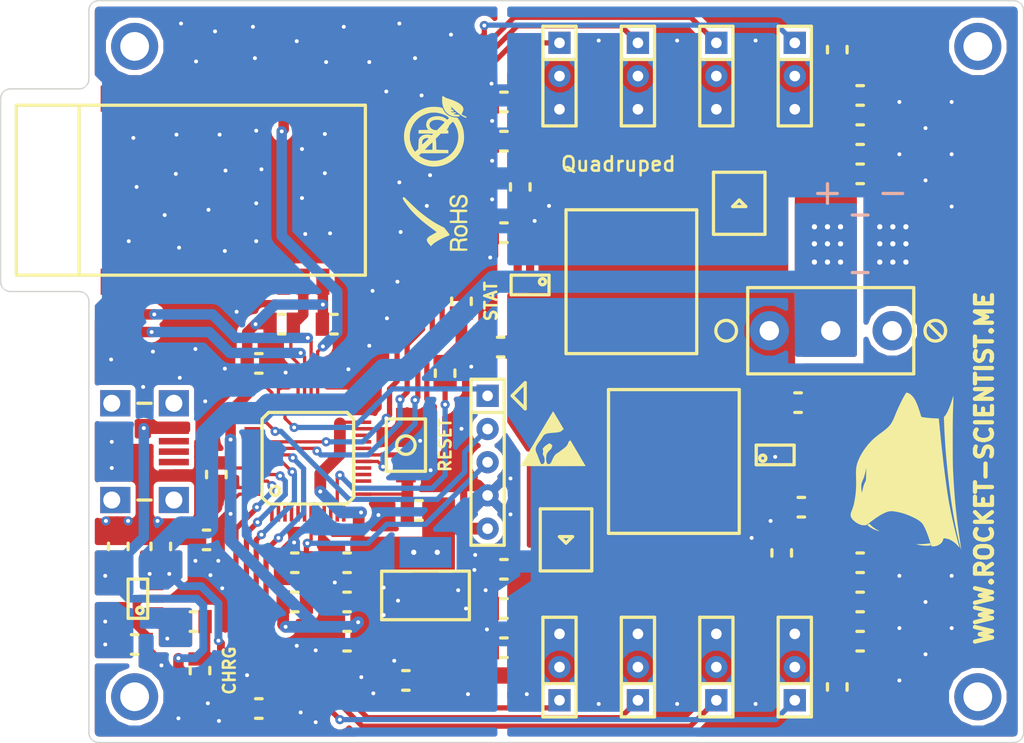
<source format=kicad_pcb>
(kicad_pcb (version 20211014) (generator pcbnew)
  (title_block (date "2022-04-16"))
  (layers (0 "F.Cu" signal) (31 "B.Cu" signal) (34 "B.Paste" user) (35 "F.Paste" user) (36 "B.SilkS" user "B.Silkscreen") (37 "F.SilkS" user "F.Silkscreen") (38 "B.Mask" user) (39 "F.Mask" user) (44 "Edge.Cuts" user))
  (net 0 "")
  (net 1 "/BT_RESET")
  (net 2 "/BT_RX")
  (net 3 "/BT_STAT")
  (net 4 "/BT_TX")
  (net 5 "/BUTTON_SET_RESET")
  (net 6 "/RESET")
  (net 7 "/SERV_1")
  (net 8 "/SERV_2")
  (net 9 "/SERV_3")
  (net 10 "/SERV_4")
  (net 11 "/SERV_5")
  (net 12 "/SERV_6")
  (net 13 "/SERV_7")
  (net 14 "/SERV_8")
  (net 15 "/SWCLK")
  (net 16 "/SWDIO")
  (net 17 "/vBATT")
  (net 18 "/vServ_1")
  (net 19 "/vServ_2")
  (net 20 "GND")
  (net 21 "N-000002")
  (net 22 "N-0000021")
  (net 23 "N-000004")
  (net 24 "VCC")
  (net 25 "Net-(C1-Pad1)")
  (net 26 "Net-(C5-Pad1)")
  (net 27 "Net-(D1-Pad1)")
  (net 28 "Net-(D2-Pad2)")
  (net 29 "Net-(D3-Pad1)")
  (net 30 "Net-(D4-Pad1)")
  (net 34 "Net-(R1-Pad1)")
  (net 35 "Net-(R2-Pad2)")
  (net 36 "Net-(R3-Pad2)")
  (net 37 "Net-(R5-Pad1)")
  (net 38 "Net-(R8-Pad2)")
  (net 39 "Net-(R10-Pad2)")
  (footprint "RS-Quadruped:TSOT23-6-MT3608" (layer "F.Cu") (at 95.75 60.25 180)
    (fp_text reference "U3" hide)
    (fp_text value "MT3608" hide)
  )
  (footprint "RS-Quadruped:DO-214AA(SMB)" (layer "F.Cu") (at 98.5 79.75 -90)
    (fp_text reference "D4" hide)
    (fp_text value "SK84" hide)
  )
  (footprint "RS-Quadruped:SM0805" (layer "F.Cu") (at 86.25 90.5 180)
    (fp_text reference "C14" hide)
    (fp_text value "47uf" hide)
  )
  (footprint "RS-Quadruped:SM0805" (layer "F.Cu") (at 121 87.5)
    (fp_text reference "C11" hide)
    (fp_text value "47uf" hide)
  )
  (footprint "RS-Quadruped:SM0805" (layer "F.Cu") (at 93.75 82 180)
    (fp_text reference "C9" hide)
    (fp_text value "47uf" hide)
  )
  (footprint "RS-Quadruped:SM0805" (layer "F.Cu") (at 93.75 85 180)
    (fp_text reference "C13" hide)
    (fp_text value "47uf" hide)
  )
  (footprint "RS-Quadruped:SM0805" (layer "F.Cu") (at 116.25 69.25)
    (fp_text reference "C6" hide)
    (fp_text value "47uf" hide)
  )
  (footprint "RS-Quadruped:SM0805" (layer "F.Cu") (at 93.5 65 180)
    (fp_text reference "C5" hide)
    (fp_text value "47uf" hide)
  )
  (footprint "RS-Quadruped:SIL3" (layer "F.Cu") (at 110 90.75 90)
    (fp_text reference "K8" hide)
    (fp_text value "CONN_3" hide)
  )
  (footprint "RS-Quadruped:SIL3" (layer "F.Cu") (at 110 43 -90)
    (fp_text reference "K3" hide)
    (fp_text value "CONN_3" hide)
  )
  (footprint "RS-Quadruped:SIL3" (layer "F.Cu") (at 116 43 -90)
    (fp_text reference "K2" hide)
    (fp_text value "CONN_3" hide)
  )
  (footprint "RS-Quadruped:SIL3" (layer "F.Cu") (at 104 43 -90)
    (fp_text reference "K4" hide)
    (fp_text value "CONN_3" hide)
  )
  (footprint "RS-Quadruped:SIL3" (layer "F.Cu") (at 98 43 -90)
    (fp_text reference "K5" hide)
    (fp_text value "CONN_3" hide)
  )
  (footprint "RS-Quadruped:SIL3" (layer "F.Cu") (at 98 90.75 90)
    (fp_text reference "K6" hide)
    (fp_text value "CONN_3" hide)
  )
  (footprint "RS-Quadruped:SIL3" (layer "F.Cu") (at 104 90.75 90)
    (fp_text reference "K7" hide)
    (fp_text value "CONN_3" hide)
  )
  (footprint "RS-Quadruped:SIL3" (layer "F.Cu") (at 116 90.75 90)
    (fp_text reference "K9" hide)
    (fp_text value "CONN_3" hide)
  )
  (footprint "RS-Quadruped:WHC1040" (layer "F.Cu") (at 106.75 73.75 -90)
    (fp_text reference "L2" hide)
    (fp_text value "22uh/8A" hide)
  )
  (footprint "RS-Quadruped:SIL2_BATT" (layer "F.Cu") (at 121 56)
    (fp_text reference "BT1" hide)
    (fp_text value "BATTERY" hide)
  )
  (footprint "RS-Quadruped:SOT23-5" (layer "F.Cu") (at 65.75 84.25 90)
    (fp_text reference "U2" hide)
    (fp_text value "TP4055" hide)
  )
  (footprint "RS-Quadruped:SM0805" (layer "F.Cu") (at 116.5 77.25)
    (fp_text reference "R11" hide)
    (fp_text value "2k" hide)
  )
  (footprint "RS-Quadruped:DO-214AA(SMB)" (layer "F.Cu") (at 111.75 54 90)
    (fp_text reference "D3" hide)
    (fp_text value "SK84" hide)
  )
  (footprint "RS-Quadruped:TSOT23-6-MT3608" (layer "F.Cu") (at 114.5 73.25)
    (fp_text reference "U4" hide)
    (fp_text value "MT3608" hide)
  )
  (footprint "RS-Quadruped:SM0805" (layer "F.Cu") (at 95 52.75 -90)
    (fp_text reference "R8" hide)
    (fp_text value "18k" hide)
  )
  (footprint "RS-Quadruped:SM0805" (layer "F.Cu") (at 77.75 84.5 180)
    (fp_text reference "R4" hide)
    (fp_text value "47k" hide)
  )
  (footprint "RS-Quadruped:WHC1040" (layer "F.Cu") (at 103.5 60 90)
    (fp_text reference "L1" hide)
    (fp_text value "22uh/8A" hide)
  )
  (footprint "RS-Quadruped:SM0805" (layer "F.Cu") (at 93.75 88 180)
    (fp_text reference "C12" hide)
    (fp_text value "1uf" hide)
  )
  (footprint "RS-Quadruped:USB-A003-1C-1" (layer "F.Cu") (at 68.5 73 90)
    (fp_text reference "P1" hide)
    (fp_text value "USB" hide)
  )
  (footprint "RS-Quadruped:SM0805" (layer "F.Cu") (at 90.5 61.5 90)
    (fp_text reference "D1" hide)
    (fp_text value "LED_YELLOW_STATUS" hide)
  )
  (footprint "RS-Quadruped:SM0805" (layer "F.Cu") (at 93.75 49.25 180)
    (fp_text reference "C10" hide)
    (fp_text value "47uf" hide)
  )
  (footprint "RS-Quadruped:SM0805" (layer "F.Cu") (at 93.75 56.25 180)
    (fp_text reference "R9" hide)
    (fp_text value "2k" hide)
  )
  (footprint "RS-Quadruped:ESD_Mark_5mm" (layer "F.Cu") (at 97.5 72)
    (fp_text reference "VAL" hide)
    (fp_text value "REF" hide)
  )
  (footprint "RS-Quadruped:SIL1_VIA" (layer "F.Cu") (at 124 46.25)
    (fp_text reference "P4" hide)
    (fp_text value "CONN_1" hide)
  )
  (footprint "RS-Quadruped:SIL1_VIA" (layer "F.Cu") (at 126 48.25)
    (fp_text reference "P4" hide)
    (fp_text value "CONN_1" hide)
  )
  (footprint "RS-Quadruped:SIL1_VIA" (layer "F.Cu") (at 128 46.25)
    (fp_text reference "P4" hide)
    (fp_text value "CONN_1" hide)
  )
  (footprint "RS-Quadruped:SIL1_VIA" (layer "F.Cu") (at 128 50.25)
    (fp_text reference "P4" hide)
    (fp_text value "CONN_1" hide)
  )
  (footprint "RS-Quadruped:SIL1_VIA" (layer "F.Cu") (at 124 50.25)
    (fp_text reference "P4" hide)
    (fp_text value "CONN_1" hide)
  )
  (footprint "RS-Quadruped:SIL1_VIA" (layer "F.Cu") (at 126 52.25)
    (fp_text reference "P4" hide)
    (fp_text value "CONN_1" hide)
  )
  (footprint "RS-Quadruped:SIL1_VIA" (layer "F.Cu") (at 128 54.25)
    (fp_text reference "P4" hide)
    (fp_text value "CONN_1" hide)
  )
  (footprint "RS-Quadruped:SIL1_VIA" (layer "F.Cu") (at 68 87.3)
    (fp_text reference "P4" hide)
    (fp_text value "CONN_1" hide)
  )
  (footprint "RS-Quadruped:SIL1_VIA" (layer "F.Cu") (at 63.25 86)
    (fp_text reference "P4" hide)
    (fp_text value "CONN_1" hide)
  )
  (footprint "RS-Quadruped:SS-12D10" (layer "F.Cu") (at 118.75 63.75)
    (fp_text reference "SW1" hide)
    (fp_text value "SPST" hide)
  )
  (footprint "RS-Quadruped:SM0805" (layer "F.Cu") (at 115 80.75 90)
    (fp_text reference "R10" hide)
    (fp_text value "18k" hide)
  )
  (footprint "RS-Quadruped:SOT223" (layer "F.Cu") (at 87.75 84)
    (fp_text reference "U6" hide)
    (fp_text value "AMS1117-3.3" hide)
  )
  (footprint "RS-Quadruped:LQFP48" (layer "F.Cu") (at 78.75 73.5 180)
    (fp_text reference "U1" hide)
    (fp_text value "STM32F103C8T6" hide)
  )
  (footprint "RS-Quadruped:SM0805" (layer "F.Cu") (at 75 66.25)
    (fp_text reference "C4" hide)
    (fp_text value "1uf" hide)
  )
  (footprint "RS-Quadruped:SM0805" (layer "F.Cu") (at 77.75 81.5 180)
    (fp_text reference "C19" hide)
    (fp_text value "100nf" hide)
  )
  (footprint "RS-Quadruped:SM0805" (layer "F.Cu") (at 76.75 63.25 180)
    (fp_text reference "R13" hide)
    (fp_text value "47k" hide)
  )
  (footprint "RS-Quadruped:SM0805" (layer "F.Cu") (at 64.25 80.25 90)
    (fp_text reference "C1" hide)
    (fp_text value "47uf" hide)
  )
  (footprint "RS-Quadruped:SM0805" (layer "F.Cu") (at 67.5 80.25 90)
    (fp_text reference "C2" hide)
    (fp_text value "47uf" hide)
  )
  (footprint "RS-Quadruped:SIL1_VIA" (layer "F.Cu") (at 66.65 82.35)
    (fp_text reference "P4" hide)
    (fp_text value "CONN_1" hide)
  )
  (footprint "RS-Quadruped:SIL1_VIA" (layer "F.Cu") (at 63.25 82.5)
    (fp_text reference "P4" hide)
    (fp_text value "CONN_1" hide)
  )
  (footprint "RS-Quadruped:SIL5" (layer "F.Cu") (at 92.5 70 -90)
    (fp_text reference "K1" hide)
    (fp_text value "CONN_5" hide)
  )
  (footprint "RS-Quadruped:SM0805" (layer "F.Cu") (at 81.75 87.5 180)
    (fp_text reference "C18" hide)
    (fp_text value "47uf" hide)
  )
  (footprint "RS-Quadruped:SM0805" (layer "F.Cu") (at 81.75 84.5 180)
    (fp_text reference "C15" hide)
    (fp_text value "1uf" hide)
  )
  (footprint "RS-Quadruped:SM0805" (layer "F.Cu") (at 81.75 81.5 180)
    (fp_text reference "C16" hide)
    (fp_text value "100nf" hide)
  )
  (footprint "RS-Quadruped:SM0805" (layer "F.Cu") (at 89.25 67 90)
    (fp_text reference "R1" hide)
    (fp_text value "220" hide)
  )
  (footprint "RS-Quadruped:SM0805" (layer "F.Cu") (at 80.75 63.25)
    (fp_text reference "C7" hide)
    (fp_text value "100nf" hide)
  )
  (footprint "RS-Quadruped:JDY-30" (layer "F.Cu") (at 61.25 59.5 90)
    (fp_text reference "U5" hide)
    (fp_text value "JDY-30" hide)
  )
  (footprint "RS-Quadruped:SW_PUSH_3_4" (layer "F.Cu") (at 86.25 70.25 -90)
    (fp_text reference "SW2" hide)
    (fp_text value "SW_PUSH" hide)
  )
  (footprint "RS-Quadruped:SM0805" (layer "F.Cu") (at 87.25 77.5)
    (fp_text reference "R7" hide)
    (fp_text value "47k" hide)
  )
  (footprint "RS-Quadruped:SM0805" (layer "F.Cu") (at 121 48.75)
    (fp_text reference "C21" hide)
    (fp_text value "47uf" hide)
  )
  (footprint "RS-Quadruped:SM0805" (layer "F.Cu") (at 119.25 42.25 90)
    (fp_text reference "C17" hide)
    (fp_text value "47uf" hide)
  )
  (footprint "RS-Quadruped:SM0805" (layer "F.Cu") (at 121 51.75)
    (fp_text reference "C23" hide)
    (fp_text value "47uf" hide)
  )
  (footprint "RS-Quadruped:SM0805" (layer "F.Cu") (at 119.25 91 -90)
    (fp_text reference "C22" hide)
    (fp_text value "47uf" hide)
  )
  (footprint "RS-Quadruped:SM0805" (layer "F.Cu") (at 121 81.5)
    (fp_text reference "C20" hide)
    (fp_text value "47uf" hide)
  )
  (footprint "RS-Quadruped:SM0805" (layer "F.Cu") (at 121 84.5)
    (fp_text reference "C24" hide)
    (fp_text value "47uf" hide)
  )
  (footprint "RS-Quadruped:SM0805" (layer "F.Cu") (at 93.75 46.25 180)
    (fp_text reference "C25" hide)
    (fp_text value "47uf" hide)
  )
  (footprint "RS-Quadruped:Logo_Front_10mm" (layer "F.Cu") (at 124.5 74.5 90)
    (fp_text reference "VAL" hide)
    (fp_text value "REF" hide)
  )
  (footprint "RS-Quadruped:SIL1_VIA" (layer "F.Cu") (at 112.7 79.6)
    (fp_text reference "P4" hide)
    (fp_text value "CONN_1" hide)
  )
  (footprint "RS-Quadruped:SIL1_VIA" (layer "F.Cu") (at 97.2 54.2)
    (fp_text reference "P4" hide)
    (fp_text value "CONN_1" hide)
  )
  (footprint "RS-Quadruped:SIL1_VIA" (layer "F.Cu") (at 101 92.3)
    (fp_text reference "P4" hide)
    (fp_text value "CONN_1" hide)
  )
  (footprint "RS-Quadruped:SIL1_VIA" (layer "F.Cu") (at 107 92.3)
    (fp_text reference "P4" hide)
    (fp_text value "CONN_1" hide)
  )
  (footprint "RS-Quadruped:SIL1_VIA" (layer "F.Cu") (at 113 92.3)
    (fp_text reference "P4" hide)
    (fp_text value "CONN_1" hide)
  )
  (footprint "RS-Quadruped:SIL1_VIA" (layer "F.Cu") (at 113 41.55)
    (fp_text reference "P4" hide)
    (fp_text value "CONN_1" hide)
  )
  (footprint "RS-Quadruped:SIL1_VIA" (layer "F.Cu") (at 107 41.55)
    (fp_text reference "P4" hide)
    (fp_text value "CONN_1" hide)
  )
  (footprint "RS-Quadruped:SIL1_VIA" (layer "F.Cu") (at 101 41.55)
    (fp_text reference "P4" hide)
    (fp_text value "CONN_1" hide)
  )
  (footprint "RS-Quadruped:SIL1_VIA" (layer "F.Cu") (at 91 91.55)
    (fp_text reference "P4" hide)
    (fp_text value "CONN_1" hide)
  )
  (footprint "RS-Quadruped:SIL1_VIA" (layer "F.Cu") (at 95.5 91.55)
    (fp_text reference "P4" hide)
    (fp_text value "CONN_1" hide)
  )
  (footprint "RS-Quadruped:SIL1_VIA" (layer "F.Cu") (at 94.25 75.05)
    (fp_text reference "P4" hide)
    (fp_text value "CONN_1" hide)
  )
  (footprint "RS-Quadruped:SIL1_VIA" (layer "F.Cu") (at 94.25 77.8)
    (fp_text reference "P4" hide)
    (fp_text value "CONN_1" hide)
  )
  (footprint "RS-Quadruped:SM0805" (layer "F.Cu") (at 121 45.75)
    (fp_text reference "C8" hide)
    (fp_text value "47uf" hide)
  )
  (footprint "RS-Quadruped:SIL1_VIA" (layer "F.Cu") (at 63.75 72.25)
    (fp_text reference "P4" hide)
    (fp_text value "CONN_1" hide)
  )
  (footprint "RS-Quadruped:SIL1_VIA" (layer "F.Cu") (at 63.75 74.25)
    (fp_text reference "P4" hide)
    (fp_text value "CONN_1" hide)
  )
  (footprint "RS-Quadruped:SIL1_VIA" (layer "F.Cu") (at 91.25 66.5)
    (fp_text reference "P4" hide)
    (fp_text value "CONN_1" hide)
  )
  (footprint "RS-Quadruped:SIL1_VIA" (layer "F.Cu") (at 90.5 71.25)
    (fp_text reference "P4" hide)
    (fp_text value "CONN_1" hide)
  )
  (footprint "RS-Quadruped:SIL1_VIA" (layer "F.Cu") (at 82.84 90.25)
    (fp_text reference "P4" hide)
    (fp_text value "CONN_1" hide)
  )
  (footprint "RS-Quadruped:SIL1_VIA" (layer "F.Cu") (at 83.76 91.49)
    (fp_text reference "P4" hide)
    (fp_text value "CONN_1" hide)
  )
  (footprint "RS-Quadruped:SIL1_VIA" (layer "F.Cu") (at 81.5 40.5)
    (fp_text reference "P4" hide)
    (fp_text value "CONN_1" hide)
  )
  (footprint "RS-Quadruped:SIL1_VIA" (layer "F.Cu") (at 85.75 40.25)
    (fp_text reference "P4" hide)
    (fp_text value "CONN_1" hide)
  )
  (footprint "RS-Quadruped:SIL1_VIA" (layer "F.Cu") (at 80.15 43.2)
    (fp_text reference "P4" hide)
    (fp_text value "CONN_1" hide)
  )
  (footprint "RS-Quadruped:SIL1_VIA" (layer "F.Cu") (at 83.45 43.2)
    (fp_text reference "P4" hide)
    (fp_text value "CONN_1" hide)
  )
  (footprint "RS-Quadruped:SIL1_VIA" (layer "F.Cu") (at 86.95 42.9)
    (fp_text reference "P4" hide)
    (fp_text value "CONN_1" hide)
  )
  (footprint "RS-Quadruped:SIL1_VIA" (layer "F.Cu") (at 84.75 45.45)
    (fp_text reference "P4" hide)
    (fp_text value "CONN_1" hide)
  )
  (footprint "RS-Quadruped:SIL1_VIA" (layer "F.Cu") (at 87.45 45.75)
    (fp_text reference "P4" hide)
    (fp_text value "CONN_1" hide)
  )
  (footprint "RS-Quadruped:SIL1_VIA" (layer "F.Cu") (at 77.9 41.6)
    (fp_text reference "P4" hide)
    (fp_text value "CONN_1" hide)
  )
  (footprint "RS-Quadruped:SIL1_VIA" (layer "F.Cu") (at 88.1 51.85)
    (fp_text reference "P4" hide)
    (fp_text value "CONN_1" hide)
  )
  (footprint "RS-Quadruped:SIL1_VIA" (layer "F.Cu") (at 85.75 52.4)
    (fp_text reference "P4" hide)
    (fp_text value "CONN_1" hide)
  )
  (footprint "RS-Quadruped:SIL1_VIA" (layer "F.Cu") (at 87.85 54.2)
    (fp_text reference "P4" hide)
    (fp_text value "CONN_1" hide)
  )
  (footprint "RS-Quadruped:SIL1_VIA" (layer "F.Cu") (at 85.85 56.2)
    (fp_text reference "P4" hide)
    (fp_text value "CONN_1" hide)
  )
  (footprint "RS-Quadruped:SIL1_VIA" (layer "F.Cu") (at 85.6 60)
    (fp_text reference "P4" hide)
    (fp_text value "CONN_1" hide)
  )
  (footprint "RS-Quadruped:SIL1_VIA" (layer "F.Cu") (at 84.8 62.8)
    (fp_text reference "P4" hide)
    (fp_text value "CONN_1" hide)
  )
  (footprint "RS-Quadruped:SIL1_VIA" (layer "F.Cu") (at 81.85 66.7)
    (fp_text reference "P4" hide)
    (fp_text value "CONN_1" hide)
  )
  (footprint "RS-Quadruped:SIL1_VIA" (layer "F.Cu") (at 83.45 64.9)
    (fp_text reference "P4" hide)
    (fp_text value "CONN_1" hide)
  )
  (footprint "RS-Quadruped:SIL1_VIA" (layer "F.Cu") (at 83.7 60.7)
    (fp_text reference "P4" hide)
    (fp_text value "CONN_1" hide)
  )
  (footprint "RS-Quadruped:SIL1_VIA" (layer "F.Cu") (at 68.9 57.4)
    (fp_text reference "P4" hide)
    (fp_text value "CONN_1" hide)
  )
  (footprint "RS-Quadruped:SIL1_VIA" (layer "F.Cu") (at 80.45 56.3)
    (fp_text reference "P4" hide)
    (fp_text value "CONN_1" hide)
  )
  (footprint "RS-Quadruped:SIL1_VIA" (layer "F.Cu") (at 78.3 53.6)
    (fp_text reference "P4" hide)
    (fp_text value "CONN_1" hide)
  )
  (footprint "RS-Quadruped:SIL1_VIA" (layer "F.Cu") (at 80.05 48.7)
    (fp_text reference "P4" hide)
    (fp_text value "CONN_1" hide)
  )
  (footprint "RS-Quadruped:SIL1_VIA" (layer "F.Cu") (at 71.15 54.5)
    (fp_text reference "P4" hide)
    (fp_text value "CONN_1" hide)
  )
  (footprint "RS-Quadruped:SIL1_VIA" (layer "F.Cu") (at 72.45 51.5)
    (fp_text reference "P4" hide)
    (fp_text value "CONN_1" hide)
  )
  (footprint "RS-Quadruped:SIL1_VIA" (layer "F.Cu") (at 74.8 54)
    (fp_text reference "P4" hide)
    (fp_text value "CONN_1" hide)
  )
  (footprint "RS-Quadruped:SIL1_VIA" (layer "F.Cu") (at 74.8 56.9)
    (fp_text reference "P4" hide)
    (fp_text value "CONN_1" hide)
  )
  (footprint "RS-Quadruped:SIL1_VIA" (layer "F.Cu") (at 72.4 57.65)
    (fp_text reference "P4" hide)
    (fp_text value "CONN_1" hide)
  )
  (footprint "RS-Quadruped:SIL1_VIA" (layer "F.Cu") (at 72.2 83.45)
    (fp_text reference "P4" hide)
    (fp_text value "CONN_1" hide)
  )
  (footprint "RS-Quadruped:SIL1_VIA" (layer "F.Cu") (at 66.15 68.05)
    (fp_text reference "P4" hide)
    (fp_text value "CONN_1" hide)
  )
  (footprint "RS-Quadruped:SIL1_VIA" (layer "F.Cu") (at 66.9 65.35)
    (fp_text reference "P4" hide)
    (fp_text value "CONN_1" hide)
  )
  (footprint "RS-Quadruped:SIL1_VIA" (layer "F.Cu") (at 63.7 65.95)
    (fp_text reference "P4" hide)
    (fp_text value "CONN_1" hide)
  )
  (footprint "RS-Quadruped:SIL1_VIA" (layer "F.Cu") (at 72 48.75)
    (fp_text reference "P4" hide)
    (fp_text value "CONN_1" hide)
  )
  (footprint "RS-Quadruped:SIL1_VIA" (layer "F.Cu") (at 68.7 48.75)
    (fp_text reference "P4" hide)
    (fp_text value "CONN_1" hide)
  )
  (footprint "RS-Quadruped:SIL1_VIA" (layer "F.Cu") (at 84.15 77.85)
    (fp_text reference "P4" hide)
    (fp_text value "CONN_1" hide)
  )
  (footprint "RS-Quadruped:SIL1_VIA" (layer "F.Cu") (at 89.7 41.1)
    (fp_text reference "P4" hide)
    (fp_text value "CONN_1" hide)
  )
  (footprint "RS-Quadruped:SIL1_VIA" (layer "F.Cu") (at 92.85 53.7)
    (fp_text reference "P4" hide)
    (fp_text value "CONN_1" hide)
  )
  (footprint "RS-Quadruped:SIL1_VIA" (layer "F.Cu") (at 92.85 50.75)
    (fp_text reference "P4" hide)
    (fp_text value "CONN_1" hide)
  )
  (footprint "RS-Quadruped:SIL1_VIA" (layer "F.Cu") (at 92.85 47.7)
    (fp_text reference "P4" hide)
    (fp_text value "CONN_1" hide)
  )
  (footprint "RS-Quadruped:SIL1_VIA" (layer "F.Cu") (at 92.8 44.85)
    (fp_text reference "P4" hide)
    (fp_text value "CONN_1" hide)
  )
  (footprint "RS-Quadruped:SIL1_VIA" (layer "F.Cu") (at 124 82.5)
    (fp_text reference "P4" hide)
    (fp_text value "CONN_1" hide)
  )
  (footprint "RS-Quadruped:SIL1_VIA" (layer "F.Cu") (at 126 84.5)
    (fp_text reference "P4" hide)
    (fp_text value "CONN_1" hide)
  )
  (footprint "RS-Quadruped:SIL1_VIA" (layer "F.Cu") (at 128 82.5)
    (fp_text reference "P4" hide)
    (fp_text value "CONN_1" hide)
  )
  (footprint "RS-Quadruped:SIL1_VIA" (layer "F.Cu") (at 128 86.5)
    (fp_text reference "P4" hide)
    (fp_text value "CONN_1" hide)
  )
  (footprint "RS-Quadruped:SIL1_VIA" (layer "F.Cu") (at 124 86.5)
    (fp_text reference "P4" hide)
    (fp_text value "CONN_1" hide)
  )
  (footprint "RS-Quadruped:SIL1_VIA" (layer "F.Cu") (at 126 88.5)
    (fp_text reference "P4" hide)
    (fp_text value "CONN_1" hide)
  )
  (footprint "RS-Quadruped:SIL1_VIA" (layer "F.Cu") (at 124 90.5)
    (fp_text reference "P4" hide)
    (fp_text value "CONN_1" hide)
  )
  (footprint "RS-Quadruped:SIL1_VIA" (layer "F.Cu") (at 92.35 83.6)
    (fp_text reference "P4" hide)
    (fp_text value "CONN_1" hide)
  )
  (footprint "RS-Quadruped:SIL1_VIA" (layer "F.Cu") (at 90.25 83.6)
    (fp_text reference "P4" hide)
    (fp_text value "CONN_1" hide)
  )
  (footprint "RS-Quadruped:SIL1_VIA" (layer "F.Cu") (at 92.45 86.6)
    (fp_text reference "P4" hide)
    (fp_text value "CONN_1" hide)
  )
  (footprint "RS-Quadruped:SIL1_VIA" (layer "F.Cu") (at 91.55 80.9)
    (fp_text reference "P4" hide)
    (fp_text value "CONN_1" hide)
  )
  (footprint "RS-Quadruped:SIL1_VIA" (layer "F.Cu") (at 90.85 85)
    (fp_text reference "P4" hide)
    (fp_text value "CONN_1" hide)
  )
  (footprint "RS-Quadruped:SIL1_VIA" (layer "F.Cu") (at 84.55 83.4)
    (fp_text reference "P4" hide)
    (fp_text value "CONN_1" hide)
  )
  (footprint "RS-Quadruped:SIL1_VIA" (layer "F.Cu") (at 84.55 85.5)
    (fp_text reference "P4" hide)
    (fp_text value "CONN_1" hide)
  )
  (footprint "RS-Quadruped:SIL1_VIA" (layer "F.Cu") (at 85.65 84.4)
    (fp_text reference "P4" hide)
    (fp_text value "CONN_1" hide)
  )
  (footprint "RS-Quadruped:SIL1_VIA" (layer "F.Cu") (at 79.35 88.2)
    (fp_text reference "P4" hide)
    (fp_text value "CONN_1" hide)
  )
  (footprint "RS-Quadruped:SIL1_VIA" (layer "F.Cu") (at 68.85 93.4)
    (fp_text reference "P4" hide)
    (fp_text value "CONN_1" hide)
  )
  (footprint "RS-Quadruped:LeadFree_F.SilkS_6mm" (layer "F.Cu") (at 88.5 48.5 90)
    (fp_text reference "VAL" hide)
    (fp_text value "REF" hide)
  )
  (footprint "RS-Quadruped:HOLE_M2" (layer "F.Cu") (at 65.5 42)
    (fp_text reference "MNT3" hide)
    (fp_text value "MNT" hide)
  )
  (footprint "RS-Quadruped:HOLE_M2" (layer "F.Cu") (at 130 42)
    (fp_text reference "MNT2" hide)
    (fp_text value "MNT" hide)
  )
  (footprint "RS-Quadruped:HOLE_M2" (layer "F.Cu") (at 130 91.75)
    (fp_text reference "MNT1" hide)
    (fp_text value "MNT" hide)
  )
  (footprint "RS-Quadruped:HOLE_M2" (layer "F.Cu") (at 65.5 91.75)
    (fp_text reference "MNT4" hide)
    (fp_text value "MNT" hide)
  )
  (footprint "RS-Quadruped:ROHS_F.SilkS_6mm" (layer "F.Cu") (at 88.5 55.5 90)
    (fp_text reference "VAL" hide)
    (fp_text value "REF" hide)
  )
  (footprint "RS-Quadruped:SIL1_VIA" (layer "F.Cu") (at 74.7 42.9)
    (fp_text reference "P4" hide)
    (fp_text value "CONN_1" hide)
  )
  (footprint "RS-Quadruped:SIL1_VIA" (layer "F.Cu") (at 71.65 40.85)
    (fp_text reference "P4" hide)
    (fp_text value "CONN_1" hide)
  )
  (footprint "RS-Quadruped:SIL1_VIA" (layer "F.Cu") (at 70.2 43.15)
    (fp_text reference "P4" hide)
    (fp_text value "CONN_1" hide)
  )
  (footprint "RS-Quadruped:SIL1_VIA" (layer "F.Cu") (at 78.3 49.85)
    (fp_text reference "P4" hide)
    (fp_text value "CONN_1" hide)
  )
  (footprint "RS-Quadruped:SIL1_VIA" (layer "F.Cu") (at 78.55 56.35)
    (fp_text reference "P4" hide)
    (fp_text value "CONN_1" hide)
  )
  (footprint "RS-Quadruped:SIL1_VIA" (layer "F.Cu") (at 80.05 51.7)
    (fp_text reference "P4" hide)
    (fp_text value "CONN_1" hide)
  )
  (footprint "RS-Quadruped:SIL1_VIA" (layer "F.Cu") (at 74.8 48.45)
    (fp_text reference "P4" hide)
    (fp_text value "CONN_1" hide)
  )
  (footprint "RS-Quadruped:SIL1_VIA" (layer "F.Cu") (at 67.8 54.9)
    (fp_text reference "P4" hide)
    (fp_text value "CONN_1" hide)
  )
  (footprint "RS-Quadruped:SIL1_VIA" (layer "F.Cu") (at 68.65 51.75)
    (fp_text reference "P4" hide)
    (fp_text value "CONN_1" hide)
  )
  (footprint "RS-Quadruped:SIL1_VIA" (layer "F.Cu") (at 65.4 49)
    (fp_text reference "P4" hide)
    (fp_text value "CONN_1" hide)
  )
  (footprint "RS-Quadruped:SIL1_VIA" (layer "F.Cu") (at 65.65 52.75)
    (fp_text reference "P4" hide)
    (fp_text value "CONN_1" hide)
  )
  (footprint "RS-Quadruped:SIL1_VIA" (layer "F.Cu") (at 65.05 56.9)
    (fp_text reference "P4" hide)
    (fp_text value "CONN_1" hide)
  )
  (footprint "RS-Quadruped:SIL1_VIA" (layer "F.Cu") (at 71.3 82.45)
    (fp_text reference "P4" hide)
    (fp_text value "CONN_1" hide)
  )
  (footprint "RS-Quadruped:SIL1_VIA" (layer "F.Cu") (at 68.95 67.35)
    (fp_text reference "P4" hide)
    (fp_text value "CONN_1" hide)
  )
  (footprint "RS-Quadruped:SIL1_VIA" (layer "F.Cu") (at 73.3 62.3)
    (fp_text reference "P4" hide)
    (fp_text value "CONN_1" hide)
  )
  (footprint "RS-Quadruped:SIL1_VIA" (layer "F.Cu") (at 70.9 69.15)
    (fp_text reference "P4" hide)
    (fp_text value "CONN_1" hide)
  )
  (footprint "RS-Quadruped:SM0805" (layer "F.Cu") (at 70.5 89.75 90)
    (fp_text reference "D2" hide)
    (fp_text value "LED_RED_CHARGING" hide)
  )
  (footprint "RS-Quadruped:SIL1_VIA" (layer "F.Cu") (at 78.2 92.95)
    (fp_text reference "P4" hide)
    (fp_text value "CONN_1" hide)
  )
  (footprint "RS-Quadruped:SIL1_VIA" (layer "F.Cu") (at 70.15 65.15)
    (fp_text reference "P4" hide)
    (fp_text value "CONN_1" hide)
  )
  (footprint "RS-Quadruped:SIL1_VIA" (layer "F.Cu") (at 72.4 66.65)
    (fp_text reference "P4" hide)
    (fp_text value "CONN_1" hide)
  )
  (footprint "RS-Quadruped:SIL1_VIA" (layer "F.Cu") (at 63.25 87.75)
    (fp_text reference "P4" hide)
    (fp_text value "CONN_1" hide)
  )
  (footprint "RS-Quadruped:SIL1_VIA" (layer "F.Cu") (at 68.15 82.35)
    (fp_text reference "P4" hide)
    (fp_text value "CONN_1" hide)
  )
  (footprint "RS-Quadruped:SIL1_VIA" (layer "F.Cu") (at 67.25 78.3)
    (fp_text reference "P4" hide)
    (fp_text value "CONN_1" hide)
  )
  (footprint "RS-Quadruped:SIL1_VIA" (layer "F.Cu") (at 71.1 92.25)
    (fp_text reference "P4" hide)
    (fp_text value "CONN_1" hide)
  )
  (footprint "RS-Quadruped:SIL1_VIA" (layer "F.Cu") (at 74.55 40.5)
    (fp_text reference "P4" hide)
    (fp_text value "CONN_1" hide)
  )
  (footprint "RS-Quadruped:SIL1_VIA" (layer "F.Cu") (at 69.05 40.25)
    (fp_text reference "P4" hide)
    (fp_text value "CONN_1" hide)
  )
  (footprint "RS-Quadruped:SIL1_VIA" (layer "F.Cu") (at 75.2 51.4)
    (fp_text reference "P4" hide)
    (fp_text value "CONN_1" hide)
  )
  (footprint "RS-Quadruped:SM0805" (layer "F.Cu") (at 75 92.65 180)
    (fp_text reference "R6" hide)
    (fp_text value "100k" hide)
  )
  (footprint "RS-Quadruped:SIL1_VIA" (layer "F.Cu") (at 65 78.3)
    (fp_text reference "P4" hide)
    (fp_text value "CONN_1" hide)
  )
  (footprint "RS-Quadruped:SIL1_VIA" (layer "F.Cu") (at 63.3 78.3)
    (fp_text reference "P4" hide)
    (fp_text value "CONN_1" hide)
  )
  (footprint "RS-Quadruped:SM0805" (layer "F.Cu") (at 71 79.75 180)
    (fp_text reference "C3" hide)
    (fp_text value "1uf" hide)
  )
  (footprint "RS-Quadruped:SIL1_VIA" (layer "F.Cu") (at 70.15 81.35)
    (fp_text reference "P4" hide)
    (fp_text value "CONN_1" hide)
  )
  (footprint "RS-Quadruped:SIL1_VIA" (layer "F.Cu") (at 71.9 81.35)
    (fp_text reference "P4" hide)
    (fp_text value "CONN_1" hide)
  )
  (footprint "RS-Quadruped:SM0805" (layer "F.Cu") (at 71.75 74.75 -90)
    (fp_text reference "R5" hide)
    (fp_text value "47k" hide)
  )
  (footprint "RS-Quadruped:SM0805" (layer "F.Cu") (at 65.5 87.75 180)
    (fp_text reference "R3" hide)
    (fp_text value "2k" hide)
  )
  (footprint "RS-Quadruped:SM0805" (layer "F.Cu") (at 70 86 180)
    (fp_text reference "R2" hide)
    (fp_text value "1k" hide)
  )
  (footprint "RS-Quadruped:SIL1_VIA" (layer "F.Cu") (at 74.1 90.1)
    (fp_text reference "P4" hide)
    (fp_text value "CONN_1" hide)
  )
  (footprint "RS-Quadruped:SIL1_VIA" (layer "F.Cu") (at 71.95 93.6)
    (fp_text reference "P4" hide)
    (fp_text value "CONN_1" hide)
  )
  (footprint "RS-Quadruped:SIL1_VIA" (layer "F.Cu") (at 79.35 93.7)
    (fp_text reference "P4" hide)
    (fp_text value "CONN_1" hide)
  )
  (gr_line (start 118.5 52.5) (end 118.5 54) (layer "B.SilkS") (width 0.25))
  (gr_line (start 122.75 53.25) (end 124.25 53.25) (layer "B.SilkS") (width 0.25))
  (gr_line (start 117.75 53.25) (end 119.25 53.25) (layer "B.SilkS") (width 0.25))
  (gr_circle (center 126.75 63.75) (end 127.5 64) (layer "F.SilkS") (width 0.25) (fill none))
  (gr_line (start 95.375 67.725) (end 95.375 69.725) (layer "F.SilkS") (width 0.25))
  (gr_line (start 126.25 63.25) (end 127.25 64.25) (layer "F.SilkS") (width 0.25))
  (gr_line (start 94.375 68.725) (end 95.375 67.725) (layer "F.SilkS") (width 0.25))
  (gr_circle (center 110.75 63.75) (end 111.5 64) (layer "F.SilkS") (width 0.25) (fill none))
  (gr_line (start 94.375 68.725) (end 95.375 69.725) (layer "F.SilkS") (width 0.25))
  (gr_arc (start 61.25 60.75) (mid 61.78033 60.96967) (end 62 61.5) (layer "Edge.Cuts") (width 0.1))
  (gr_line (start 55.25 46) (end 55.25 60) (layer "Edge.Cuts") (width 0.1))
  (gr_arc (start 132.75 38.5) (mid 133.28033 38.71967) (end 133.5 39.25) (layer "Edge.Cuts") (width 0.1))
  (gr_arc (start 133.5 94.5) (mid 133.28033 95.03033) (end 132.75 95.25) (layer "Edge.Cuts") (width 0.1))
  (gr_line (start 62 61.5) (end 62 94.5) (layer "Edge.Cuts") (width 0.1))
  (gr_line (start 61.25 45.25) (end 56 45.25) (layer "Edge.Cuts") (width 0.1))
  (gr_line (start 62.75 38.5) (end 132.75 38.5) (layer "Edge.Cuts") (width 0.1))
  (gr_arc (start 62 39.25) (mid 62.21967 38.71967) (end 62.75 38.5) (layer "Edge.Cuts") (width 0.1))
  (gr_line (start 133.5 39.25) (end 133.5 94.5) (layer "Edge.Cuts") (width 0.1))
  (gr_arc (start 62 44.5) (mid 61.78033 45.03033) (end 61.25 45.25) (layer "Edge.Cuts") (width 0.1))
  (gr_line (start 56 60.75) (end 61.25 60.75) (layer "Edge.Cuts") (width 0.1))
  (gr_arc (start 62.75 95.25) (mid 62.21967 95.03033) (end 62 94.5) (layer "Edge.Cuts") (width 0.1))
  (gr_arc (start 56 60.75) (mid 55.46967 60.53033) (end 55.25 60) (layer "Edge.Cuts") (width 0.1))
  (gr_arc (start 55.25 46) (mid 55.46967 45.46967) (end 56 45.25) (layer "Edge.Cuts") (width 0.1))
  (gr_line (start 62.75 95.25) (end 132.75 95.25) (layer "Edge.Cuts") (width 0.1))
  (gr_line (start 62 44.5) (end 62 39.25) (layer "Edge.Cuts") (width 0.1))
  (gr_text "CHRG" (at 72.75 89.75 90) (layer "F.SilkS") (effects (font (size 0.9 0.9) (thickness 0.2))))
  (gr_text "WWW.ROCKET-SCIENTIST.ME" (at 130.5 74.25 90) (layer "F.SilkS") (effects (font (size 1.3 1.3) (thickness 0.325))))
  (gr_text "RESET" (at 89.25 72.5 90) (layer "F.SilkS") (effects (font (size 0.9 0.9) (thickness 0.2))))
  (gr_text "STAT" (at 92.75 61.5 90) (layer "F.SilkS") (effects (font (size 0.9 0.9) (thickness 0.2))))
  (gr_text "Quadruped" (at 102.5 51) (layer "F.SilkS") (effects (font (size 1.1 1.1) (thickness 0.2))))
  (segment (start 78.4 62.49) (end 77.64 63.25) (width 0.8) (layer "F.Cu") (net 1))
  (segment (start 78 66.25) (end 77.45 65.7) (width 0.25) (layer "F.Cu") (net 1))
  (segment (start 77.45 65.7) (end 77.45 63.44) (width 0.25) (layer "F.Cu") (net 1))
  (segment (start 77.45 63.44) (end 77.64 63.25) (width 0.25) (layer "F.Cu") (net 1))
  (segment (start 78.4 60) (end 78.4 62.49) (width 0.8) (layer "F.Cu") (net 1))
  (segment (start 78 69.25) (end 78 66.25) (width 0.25) (layer "F.Cu") (net 1))
  (segment (start 64.9 61.9) (end 65.5 62.5) (width 0.8) (layer "F.Cu") (net 2))
  (segment (start 65.5 62.5) (end 67 62.5) (width 0.8) (layer "F.Cu") (net 2))
  (segment (start 79 64.55) (end 78.75 64.3) (width 0.25) (layer "F.Cu") (net 2))
  (segment (start 79 64.55) (end 79 69.25) (width 0.25) (layer "F.Cu") (net 2))
  (segment (start 64.9 60) (end 64.9 61.9) (width 0.8) (layer "F.Cu") (net 2))
  (via (at 78.75 64.3) (size 0.7) (drill 0.3) (layers "F.Cu" "B.Cu") (net 2))
  (via (at 67 62.5) (size 0.7) (drill 0.3) (layers "F.Cu" "B.Cu") (net 2))
  (segment (start 67 62.5) (end 71.45 62.5) (width 0.8) (layer "B.Cu") (net 2))
  (segment (start 71.45 62.5) (end 73.25 64.3) (width 0.8) (layer "B.Cu") (net 2))
  (segment (start 73.25 64.3) (end 78.75 64.3) (width 0.8) (layer "B.Cu") (net 2))
  (segment (start 76.9 48.35) (end 76.75 48.5) (width 0.8) (layer "F.Cu") (net 3))
  (segment (start 79.5 65.35) (end 79.9 64.95) (width 0.25) (layer "F.Cu") (net 3))
  (segment (start 76.9 48.35) (end 76.9 46) (width 0.8) (layer "F.Cu") (net 3))
  (segment (start 79.5 69.25) (end 79.5 65.35) (width 0.25) (layer "F.Cu") (net 3))
  (via (at 76.75 48.5) (size 0.7) (drill 0.3) (layers "F.Cu" "B.Cu") (net 3))
  (via (at 79.9 64.95) (size 0.7) (drill 0.3) (layers "F.Cu" "B.Cu") (net 3))
  (segment (start 76.75 48.5) (end 76.75 56.5) (width 0.8) (layer "B.Cu") (net 3))
  (segment (start 76.75 56.5) (end 81 60.75) (width 0.8) (layer "B.Cu") (net 3))
  (segment (start 79.9 64.95) (end 81 63.85) (width 0.8) (layer "B.Cu") (net 3))
  (segment (start 81 63.85) (end 81 60.75) (width 0.8) (layer "B.Cu") (net 3))
  (segment (start 63.4 62.4) (end 64.85 63.85) (width 0.8) (layer "F.Cu") (net 4))
  (segment (start 64.85 63.85) (end 66.8 63.85) (width 0.8) (layer "F.Cu") (net 4))
  (segment (start 78.5 65.75) (end 78.2 65.45) (width 0.25) (layer "F.Cu") (net 4))
  (segment (start 78.5 69.25) (end 78.5 65.75) (width 0.25) (layer "F.Cu") (net 4))
  (segment (start 63.4 60) (end 63.4 62.4) (width 0.8) (layer "F.Cu") (net 4))
  (via (at 66.8 63.85) (size 0.7) (drill 0.3) (layers "F.Cu" "B.Cu") (net 4))
  (via (at 78.2 65.45) (size 0.7) (drill 0.3) (layers "F.Cu" "B.Cu") (net 4))
  (segment (start 66.8 63.85) (end 71.2 63.85) (width 0.8) (layer "B.Cu") (net 4))
  (segment (start 72.8 65.45) (end 71.2 63.85) (width 0.8) (layer "B.Cu") (net 4))
  (segment (start 78.2 65.45) (end 72.8 65.45) (width 0.8) (layer "B.Cu") (net 4))
  (segment (start 86.36 74.86) (end 86.25 74.75) (width 0.9) (layer "F.Cu") (net 5))
  (segment (start 86.3 76.25) (end 86.36 76.19) (width 0.25) (layer "F.Cu") (net 5))
  (segment (start 86.36 76.19) (end 86.36 74.86) (width 0.9) (layer "F.Cu") (net 5))
  (segment (start 83 76.25) (end 86.3 76.25) (width 0.25) (layer "F.Cu") (net 5))
  (segment (start 86.36 77.5) (end 86.36 76.19) (width 0.9) (layer "F.Cu") (net 5))
  (segment (start 78.71 80.01) (end 78.64 80.08) (width 0.4) (layer "F.Cu") (net 6))
  (segment (start 78.64 80.08) (end 78.64 81.5) (width 0.4) (layer "F.Cu") (net 6))
  (segment (start 79 79.72) (end 78.71 80.01) (width 0.25) (layer "F.Cu") (net 6))
  (segment (start 79 77.75) (end 79 79.72) (width 0.25) (layer "F.Cu") (net 6))
  (segment (start 78.64 81.5) (end 78.64 84.5) (width 0.9) (layer "F.Cu") (net 6))
  (via (at 78.71 80.01) (size 0.7) (drill 0.3) (layers "F.Cu" "B.Cu") (net 6))
  (segment (start 87.75 78.56) (end 84.79 78.56) (width 0.4) (layer "B.Cu") (net 6))
  (segment (start 83.34 80.01) (end 84.79 78.56) (width 0.4) (layer "B.Cu") (net 6))
  (segment (start 92.5 73.81) (end 87.75 78.56) (width 0.4) (layer "B.Cu") (net 6))
  (segment (start 78.71 80.01) (end 83.34 80.01) (width 0.4) (layer "B.Cu") (net 6))
  (segment (start 85.575 67.625) (end 85 68.2) (width 0.4) (layer "F.Cu") (net 7))
  (segment (start 85 68.2) (end 85 70.2) (width 0.4) (layer "F.Cu") (net 7))
  (segment (start 85 70.2) (end 84.75 70.45) (width 0.4) (layer "F.Cu") (net 7))
  (segment (start 86.74 63.38) (end 85.575 64.545) (width 0.4) (layer "F.Cu") (net 7))
  (segment (start 85.575 64.545) (end 85.575 67.625) (width 0.4) (layer "F.Cu") (net 7))
  (segment (start 92.25 41.05) (end 89.85 43.45) (width 0.4) (layer "F.Cu") (net 7))
  (segment (start 89.85 43.45) (end 89.85 56.25) (width 0.4) (layer "F.Cu") (net 7))
  (segment (start 89.85 56.25) (end 86.74 59.36) (width 0.4) (layer "F.Cu") (net 7))
  (segment (start 86.74 59.36) (end 86.74 63.38) (width 0.4) (layer "F.Cu") (net 7))
  (segment (start 92.25 40.4) (end 92.25 41.05) (width 0.4) (layer "F.Cu") (net 7))
  (segment (start 74.5 72.25) (end 80.15 72.25) (width 0.25) (layer "F.Cu") (net 7))
  (via (at 80.15 72.25) (size 0.7) (drill 0.3) (layers "F.Cu" "B.Cu") (net 7))
  (via (at 92.25 40.4) (size 0.7) (drill 0.3) (layers "F.Cu" "B.Cu") (net 7))
  (via (at 84.75 70.45) (size 0.7) (drill 0.3) (layers "F.Cu" "B.Cu") (net 7))
  (segment (start 82.95 72.25) (end 80.15 72.25) (width 0.4) (layer "B.Cu") (net 7))
  (segment (start 92.275 40.375) (end 92.25 40.4) (width 0.4) (layer "B.Cu") (net 7))
  (segment (start 84.75 70.45) (end 82.95 72.25) (width 0.4) (layer "B.Cu") (net 7))
  (segment (start 114.645 40.375) (end 92.275 40.375) (width 0.4) (layer "B.Cu") (net 7))
  (segment (start 116 41.73) (end 114.645 40.375) (width 0.4) (layer "B.Cu") (net 7))
  (segment (start 108.045 39.775) (end 94.525 39.775) (width 0.4) (layer "F.Cu") (net 8))
  (segment (start 90.55 43.75) (end 94.525 39.775) (width 0.4) (layer "F.Cu") (net 8))
  (segment (start 90.55 56.49) (end 87.52 59.52) (width 0.4) (layer "F.Cu") (net 8))
  (segment (start 86.345 68.455) (end 85.8 69) (width 0.4) (layer "F.Cu") (net 8))
  (segment (start 79.25 72.75) (end 79.45 72.95) (width 0.25) (layer "F.Cu") (net 8))
  (segment (start 87.52 63.64) (end 86.345 64.815) (width 0.4) (layer "F.Cu") (net 8))
  (segment (start 86.345 64.815) (end 86.345 68.455) (width 0.4) (layer "F.Cu") (net 8))
  (segment (start 110 41.73) (end 108.045 39.775) (width 0.4) (layer "F.Cu") (net 8))
  (segment (start 87.52 59.52) (end 87.52 63.64) (width 0.4) (layer "F.Cu") (net 8))
  (segment (start 74.5 72.75) (end 79.25 72.75) (width 0.25) (layer "F.Cu") (net 8))
  (segment (start 90.55 43.75) (end 90.55 56.49) (width 0.4) (layer "F.Cu") (net 8))
  (via (at 85.8 69) (size 0.7) (drill 0.3) (layers "F.Cu" "B.Cu") (net 8))
  (via (at 79.45 72.95) (size 0.7) (drill 0.3) (layers "F.Cu" "B.Cu") (net 8))
  (segment (start 85.8 69) (end 85.8 70.81) (width 0.4) (layer "B.Cu") (net 8))
  (segment (start 85.8 70.81) (end 83.36 73.25) (width 0.4) (layer "B.Cu") (net 8))
  (segment (start 79.75 73.25) (end 79.45 72.95) (width 0.4) (layer "B.Cu") (net 8))
  (segment (start 79.75 73.25) (end 83.36 73.25) (width 0.4) (layer "B.Cu") (net 8))
  (segment (start 102.695 40.425) (end 94.775 40.425) (width 0.4) (layer "F.Cu") (net 9))
  (segment (start 91.19 56.89) (end 91.19 44.01) (width 0.4) (layer "F.Cu") (net 9))
  (segment (start 91.19 44.01) (end 94.775 40.425) (width 0.4) (layer "F.Cu") (net 9))
  (segment (start 84.5 74.15) (end 84.1 73.75) (width 0.25) (layer "F.Cu") (net 9))
  (segment (start 84.1 73.75) (end 83 73.75) (width 0.25) (layer "F.Cu") (net 9))
  (segment (start 87.165 68.835) (end 86.95 69.05) (width 0.4) (layer "F.Cu") (net 9))
  (segment (start 88.27 59.81) (end 91.19 56.89) (width 0.4) (layer "F.Cu") (net 9))
  (segment (start 88.27 64.02) (end 87.165 65.125) (width 0.4) (layer "F.Cu") (net 9))
  (segment (start 87.165 65.125) (end 87.165 68.835) (width 0.4) (layer "F.Cu") (net 9))
  (segment (start 88.27 59.81) (end 88.27 64.02) (width 0.4) (layer "F.Cu") (net 9))
  (segment (start 104 41.73) (end 102.695 40.425) (width 0.4) (layer "F.Cu") (net 9))
  (via (at 86.95 69.05) (size 0.7) (drill 0.3) (layers "F.Cu" "B.Cu") (net 9))
  (via (at 84.5 74.15) (size 0.7) (drill 0.3) (layers "F.Cu" "B.Cu") (net 9))
  (segment (start 86.95 70.87) (end 84.5 73.32) (width 0.4) (layer "B.Cu") (net 9))
  (segment (start 84.5 73.32) (end 84.5 74.15) (width 0.4) (layer "B.Cu") (net 9))
  (segment (start 86.95 69.05) (end 86.95 70.87) (width 0.4) (layer "B.Cu") (net 9))
  (segment (start 94.47 41.73) (end 91.825 44.375) (width 0.4) (layer "F.Cu") (net 10))
  (segment (start 91.825 57.225) (end 91.825 44.375) (width 0.4) (layer "F.Cu") (net 10))
  (segment (start 89.025 60.025) (end 91.825 57.225) (width 0.4) (layer "F.Cu") (net 10))
  (segment (start 89.025 64.345) (end 87.85 65.52) (width 0.4) (layer "F.Cu") (net 10))
  (segment (start 87.85 68.97) (end 87.85 65.52) (width 0.4) (layer "F.Cu") (net 10))
  (segment (start 88.42 69.54) (end 88.42 72.63) (width 0.4) (layer "F.Cu") (net 10))
  (segment (start 88.42 72.63) (end 87.8 73.25) (width 0.4) (layer "F.Cu") (net 10))
  (segment (start 87.8 73.25) (end 84.45 73.25) (width 0.4) (layer "F.Cu") (net 10))
  (segment (start 94.47 41.73) (end 98 41.73) (width 0.4) (layer "F.Cu") (net 10))
  (segment (start 87.85 68.97) (end 88.42 69.54) (width 0.4) (layer "F.Cu") (net 10))
  (segment (start 89.025 60.025) (end 89.025 64.345) (width 0.4) (layer "F.Cu") (net 10))
  (segment (start 83 73.25) (end 84.45 73.25) (width 0.25) (layer "F.Cu") (net 10))
  (segment (start 75.55 86.85) (end 75.55 80.55) (width 0.4) (layer "F.Cu") (net 11))
  (segment (start 75.55 80.55) (end 76.5 79.6) (width 0.4) (layer "F.Cu") (net 11))
  (segment (start 77.375 73.25) (end 77.6 73.475) (width 0.25) (layer "F.Cu") (net 11))
  (segment (start 97.42 92.6) (end 98 92.02) (width 0.4) (layer "F.Cu") (net 11))
  (segment (start 77.7 89) (end 80 89) (width 0.4) (layer "F.Cu") (net 11))
  (segment (start 80 89) (end 83.6 92.6) (width 0.4) (layer "F.Cu") (net 11))
  (segment (start 83.6 92.6) (end 97.42 92.6) (width 0.4) (layer "F.Cu") (net 11))
  (segment (start 74.5 73.25) (end 77.375 73.25) (width 0.25) (layer "F.Cu") (net 11))
  (segment (start 75.55 86.85) (end 77.7 89) (width 0.4) (layer "F.Cu") (net 11))
  (via (at 76.5 79.6) (size 0.7) (drill 0.3) (layers "F.Cu" "B.Cu") (net 11))
  (via (at 77.6 73.475) (size 0.7) (drill 0.3) (layers "F.Cu" "B.Cu") (net 11))
  (segment (start 78.425 77.675) (end 78.425 74.3) (width 0.4) (layer "B.Cu") (net 11))
  (segment (start 78.425 74.3) (end 77.6 73.475) (width 0.4) (layer "B.Cu") (net 11))
  (segment (start 76.5 79.6) (end 78.425 77.675) (width 0.4) (layer "B.Cu") (net 11))
  (segment (start 102.67 93.35) (end 83.3 93.35) (width 0.4) (layer "F.Cu") (net 12))
  (segment (start 74.8 87.05) (end 74.8 79.75) (width 0.4) (layer "F.Cu") (net 12))
  (segment (start 74.8 79.75) (end 75.2 79.35) (width 0.4) (layer "F.Cu") (net 12))
  (segment (start 76.75 73.75) (end 77.55 74.55) (width 0.25) (layer "F.Cu") (net 12))
  (segment (start 77.5 89.75) (end 79.7 89.75) (width 0.4) (layer "F.Cu") (net 12))
  (segment (start 79.7 89.75) (end 83.3 93.35) (width 0.4) (layer "F.Cu") (net 12))
  (segment (start 74.8 87.05) (end 77.5 89.75) (width 0.4) (layer "F.Cu") (net 12))
  (segment (start 104 92.02) (end 102.67 93.35) (width 0.4) (layer "F.Cu") (net 12))
  (segment (start 74.5 73.75) (end 76.75 73.75) (width 0.25) (layer "F.Cu") (net 12))
  (via (at 77.55 74.55) (size 0.7) (drill 0.3) (layers "F.Cu" "B.Cu") (net 12))
  (via (at 75.2 79.35) (size 0.7) (drill 0.3) (layers "F.Cu" "B.Cu") (net 12))
  (segment (start 77.725 74.725) (end 77.725 76.825) (width 0.4) (layer "B.Cu") (net 12))
  (segment (start 77.725 76.825) (end 75.2 79.35) (width 0.4) (layer "B.Cu") (net 12))
  (segment (start 77.55 74.55) (end 77.725 74.725) (width 0.4) (layer "B.Cu") (net 12))
  (segment (start 108.02 94) (end 82.9 94) (width 0.4) (layer "F.Cu") (net 13))
  (segment (start 74.05 87.4) (end 74.05 79.25) (width 0.4) (layer "F.Cu") (net 13))
  (segment (start 74.05 79.25) (end 74.9 78.4) (width 0.4) (layer "F.Cu") (net 13))
  (segment (start 76.525 74.75) (end 76.625 74.85) (width 0.25) (layer "F.Cu") (net 13))
  (segment (start 77.15 90.5) (end 79.4 90.5) (width 0.4) (layer "F.Cu") (net 13))
  (segment (start 79.4 90.5) (end 82.9 94) (width 0.4) (layer "F.Cu") (net 13))
  (segment (start 74.05 87.4) (end 77.15 90.5) (width 0.4) (layer "F.Cu") (net 13))
  (segment (start 74.5 74.75) (end 76.525 74.75) (width 0.25) (layer "F.Cu") (net 13))
  (segment (start 110 92.02) (end 108.02 94) (width 0.4) (layer "F.Cu") (net 13))
  (via (at 76.625 74.85) (size 0.7) (drill 0.3) (layers "F.Cu" "B.Cu") (net 13))
  (via (at 74.9 78.4) (size 0.7) (drill 0.3) (layers "F.Cu" "B.Cu") (net 13))
  (segment (start 77.025 76.275) (end 77.025 75.25) (width 0.4) (layer "B.Cu") (net 13))
  (segment (start 77.025 75.25) (end 76.625 74.85) (width 0.4) (layer "B.Cu") (net 13))
  (segment (start 74.9 78.4) (end 77.025 76.275) (width 0.4) (layer "B.Cu") (net 13))
  (segment (start 75.65 75.25) (end 76 75.6) (width 0.25) (layer "F.Cu") (net 14))
  (segment (start 73.25 80.69) (end 73.25 87.7) (width 0.4) (layer "F.Cu") (net 14))
  (segment (start 73.25 78.9) (end 74.85 77.3) (width 0.4) (layer "F.Cu") (net 14))
  (segment (start 74.85 77.3) (end 74.85 77.25) (width 0.4) (layer "F.Cu") (net 14))
  (segment (start 76.75 91.2) (end 78.9 91.2) (width 0.4) (layer "F.Cu") (net 14))
  (segment (start 78.9 91.2) (end 81.2 93.5) (width 0.4) (layer "F.Cu") (net 14))
  (segment (start 73.25 87.7) (end 76.75 91.2) (width 0.4) (layer "F.Cu") (net 14))
  (segment (start 74.5 75.25) (end 75.65 75.25) (width 0.25) (layer "F.Cu") (net 14))
  (segment (start 73.25 80.69) (end 73.25 78.9) (width 0.4) (layer "F.Cu") (net 14))
  (via (at 81.2 93.5) (size 0.7) (drill 0.3) (layers "F.Cu" "B.Cu") (net 14))
  (via (at 76 75.6) (size 0.7) (drill 0.3) (layers "F.Cu" "B.Cu") (net 14))
  (via (at 74.85 77.25) (size 0.7) (drill 0.3) (layers "F.Cu" "B.Cu") (net 14))
  (segment (start 74.85 77.25) (end 76 76.1) (width 0.4) (layer "B.Cu") (net 14))
  (segment (start 76 76.1) (end 76 75.6) (width 0.4) (layer "B.Cu") (net 14))
  (segment (start 81.2 93.5) (end 114.52 93.5) (width 0.4) (layer "B.Cu") (net 14))
  (segment (start 116 92.02) (end 114.52 93.5) (width 0.4) (layer "B.Cu") (net 14))
  (segment (start 76.25 71.45) (end 75.55 70.75) (width 0.25) (layer "F.Cu") (net 15))
  (segment (start 74.5 70.75) (end 75.55 70.75) (width 0.25) (layer "F.Cu") (net 15))
  (via (at 76.25 71.45) (size 0.7) (drill 0.3) (layers "F.Cu" "B.Cu") (net 15))
  (segment (start 76.7 71.45) (end 76.25 71.45) (width 0.4) (layer "B.Cu") (net 15))
  (segment (start 88.65 76.65) (end 90.75 74.55) (width 0.4) (layer "B.Cu") (net 15))
  (segment (start 90.75 74.55) (end 90.75 73.02) (width 0.4) (layer "B.Cu") (net 15))
  (segment (start 90.75 73.02) (end 92.5 71.27) (width 0.4) (layer "B.Cu") (net 15))
  (segment (start 81.9 76.65) (end 76.7 71.45) (width 0.4) (layer "B.Cu") (net 15))
  (segment (start 81.9 76.65) (end 88.65 76.65) (width 0.4) (layer "B.Cu") (net 15))
  (segment (start 77 70.45) (end 77.7 71.15) (width 0.25) (layer "F.Cu") (net 16))
  (segment (start 77 69.25) (end 77 70.45) (width 0.25) (layer "F.Cu") (net 16))
  (via (at 77.7 71.15) (size 0.7) (drill 0.3) (layers "F.Cu" "B.Cu") (net 16))
  (segment (start 85.2 68.2) (end 91.97 68.2) (width 0.4) (layer "B.Cu") (net 16))
  (segment (start 91.97 68.2) (end 92.5 68.73) (width 0.4) (layer "B.Cu") (net 16))
  (segment (start 77.7 71.15) (end 82.25 71.15) (width 0.4) (layer "B.Cu") (net 16))
  (segment (start 82.25 71.15) (end 85.2 68.2) (width 0.4) (layer "B.Cu") (net 16))
  (segment (start 72.1 87.65) (end 72.1 89.4) (width 0.6) (layer "F.Cu") (net 17))
  (segment (start 72.1 89.4) (end 73.75 91.05) (width 0.6) (layer "F.Cu") (net 17))
  (segment (start 73.75 91.05) (end 75 91.05) (width 0.6) (layer "F.Cu") (net 17))
  (segment (start 75 91.05) (end 75.89 91.94) (width 0.6) (layer "F.Cu") (net 17))
  (segment (start 75.89 91.94) (end 75.89 92.65) (width 0.6) (layer "F.Cu") (net 17))
  (segment (start 71.91 87.46) (end 72.1 87.65) (width 0.6) (layer "F.Cu") (net 17))
  (via (at 71.91 87.46) (size 0.7) (drill 0.3) (layers "F.Cu" "B.Cu") (net 17))
  (segment (start 118.15 60) (end 119 59.15) (width 1.7) (layer "B.Cu") (net 17))
  (segment (start 119 59.15) (end 119 57.1) (width 1.7) (layer "B.Cu") (net 17))
  (segment (start 93 60) (end 118.15 60) (width 1.7) (layer "B.Cu") (net 17))
  (segment (start 86.25 66.75) (end 84.56 66.75) (width 1.7) (layer "B.Cu") (net 17))
  (segment (start 75.75 69.4) (end 81.91 69.4) (width 1.7) (layer "B.Cu") (net 17))
  (segment (start 81.91 69.4) (end 84.56 66.75) (width 1.7) (layer "B.Cu") (net 17))
  (segment (start 66.65 81.25) (end 69.1 78.8) (width 1.7) (layer "B.Cu") (net 17))
  (segment (start 69.1 78.8) (end 70.99 78.8) (width 1.7) (layer "B.Cu") (net 17))
  (segment (start 70.99 78.8) (end 71.04 78.75) (width 1.7) (layer "B.Cu") (net 17))
  (segment (start 69.09 83.29) (end 70.59 83.29) (width 0.6) (layer "B.Cu") (net 17))
  (segment (start 70.59 83.29) (end 71.91 84.61) (width 0.6) (layer "B.Cu") (net 17))
  (segment (start 71.91 84.61) (end 71.91 87.46) (width 0.6) (layer "B.Cu") (net 17))
  (segment (start 93 60) (end 86.25 66.75) (width 1.7) (layer "B.Cu") (net 17))
  (segment (start 71.04 71.71) (end 72.7 70.05) (width 1.7) (layer "B.Cu") (net 17))
  (segment (start 71.04 71.71) (end 71.04 78.75) (width 1.7) (layer "B.Cu") (net 17))
  (segment (start 72.7 70.05) (end 75.1 70.05) (width 1.7) (layer "B.Cu") (net 17))
  (segment (start 75.1 70.05) (end 75.75 69.4) (width 1.7) (layer "B.Cu") (net 17))
  (segment (start 68.15 82.35) (end 69.09 83.29) (width 0.6) (layer "B.Cu") (net 17))
  (segment (start 66.65 82.35) (end 66.65 81.25) (width 1.7) (layer "B.Cu") (net 17))
  (segment (start 80.86 84.5) (end 80.86 87.5) (width 0.9) (layer "F.Cu") (net 20))
  (segment (start 85.36 87.406) (end 85.464 87.302) (width 0.9) (layer "F.Cu") (net 20))
  (segment (start 78.25 87.5) (end 80.86 87.5) (width 0.9) (layer "F.Cu") (net 20))
  (segment (start 79.5 79) (end 80.86 80.36) (width 0.25) (layer "F.Cu") (net 20))
  (segment (start 80.86 80.36) (end 80.86 81.5) (width 0.25) (layer "F.Cu") (net 20))
  (segment (start 114.5 77.95) (end 114.15 78.3) (width 0.62) (layer "F.Cu") (net 20))
  (segment (start 95.75 55.7) (end 96.1 55.35) (width 0.62) (layer "F.Cu") (net 20))
  (segment (start 85.36 89) (end 85.36 87.406) (width 0.9) (layer "F.Cu") (net 20))
  (segment (start 77.9 87.85) (end 78.25 87.5) (width 0.9) (layer "F.Cu") (net 20))
  (segment (start 85.25 71.25) (end 86.25 70.25) (width 0.25) (layer "F.Cu") (net 20))
  (segment (start 76.86 80.79) (end 77.7 79.95) (width 0.9) (layer "F.Cu") (net 20))
  (segment (start 80.81 83.01) (end 80.86 83.01) (width 0.9) (layer "F.Cu") (net 20))
  (segment (start 80.86 83.01) (end 80.86 84.5) (width 0.9) (layer "F.Cu") (net 20))
  (segment (start 91.49 82.05) (end 91.54 82) (width 0.9) (layer "F.Cu") (net 20))
  (segment (start 91.54 82) (end 92.86 82) (width 0.9) (layer "F.Cu") (net 20))
  (segment (start 92.86 85) (end 92.86 88) (width 0.9) (layer "F.Cu") (net 20))
  (segment (start 95.75 60) (end 95.6 60.15) (width 0.6) (layer "F.Cu") (net 20))
  (segment (start 95.6 60.15) (end 92.4 60.15) (width 0.6) (layer "F.Cu") (net 20))
  (segment (start 92.86 57.99) (end 92.7 58.15) (width 0.9) (layer "F.Cu") (net 20))
  (segment (start 86.25 71.08) (end 87.34 72.17) (width 0.9) (layer "F.Cu") (net 20))
  (segment (start 88.14 74.42) (end 89.3 75.58) (width 0.9) (layer "F.Cu") (net 20))
  (segment (start 89.3 75.58) (end 91.73 75.58) (width 0.9) (layer "F.Cu") (net 20))
  (segment (start 91.73 75.58) (end 92.5 76.35) (width 0.9) (layer "F.Cu") (net 20))
  (segment (start 81.64 61.39) (end 81.4 61.15) (width 0.8) (layer "F.Cu") (net 20))
  (segment (start 81.4 61.15) (end 81.4 60) (width 0.8) (layer "F.Cu") (net 20))
  (segment (start 76.35 66.25) (end 77.05 66.95) (width 0.8) (layer "F.Cu") (net 20))
  (segment (start 76.5 67.5) (end 77.05 66.95) (width 0.25) (layer "F.Cu") (net 20))
  (segment (start 66.39 88.19) (end 67.55 89.35) (width 0.9) (layer "F.Cu") (net 20))
  (segment (start 69.85 74.6) (end 70.89 75.64) (width 0.5) (layer "F.Cu") (net 20))
  (segment (start 70.89 75.64) (end 71.75 75.64) (width 0.5) (layer "F.Cu") (net 20))
  (segment (start 71.86 75.75) (end 71.75 75.64) (width 0.25) (layer "F.Cu") (net 20))
  (segment (start 69.72 79.36) (end 70.11 79.75) (width 0.9) (layer "F.Cu") (net 20))
  (segment (start 70.11 78.89) (end 71.75 77.25) (width 0.9) (layer "F.Cu") (net 20))
  (segment (start 71.75 77.25) (end 71.75 75.64) (width 0.9) (layer "F.Cu") (net 20))
  (segment (start 70.11 81.31) (end 70.15 81.35) (width 0.9) (layer "F.Cu") (net 20))
  (segment (start 65.95 84.25) (end 65.65 84.55) (width 0.6) (layer "F.Cu") (net 20))
  (segment (start 65.65 84.55) (end 65.65 86.3) (width 0.6) (layer "F.Cu") (net 20))
  (segment (start 65.65 86.3) (end 66.39 87.04) (width 0.6) (layer "F.Cu") (net 20))
  (segment (start 66.39 87.04) (end 66.39 87.75) (width 0.6) (layer "F.Cu") (net 20))
  (segment (start 64.25 78.4) (end 64.15 78.3) (width 0.7) (layer "F.Cu") (net 20))
  (segment (start 64.15 78.3) (end 65 78.3) (width 0.7) (layer "F.Cu") (net 20))
  (segment (start 71.4 84.25) (end 72.2 83.45) (width 0.6) (layer "F.Cu") (net 20))
  (segment (start 70.11 79.75) (end 70.11 81.31) (width 0.9) (layer "F.Cu") (net 20))
  (segment (start 76.5 69.25) (end 76.5 67.5) (width 0.25) (layer "F.Cu") (net 20))
  (segment (start 68.5 74.6) (end 69.85 74.6) (width 0.5) (layer "F.Cu") (net 20))
  (segment (start 85.36 90.5) (end 85.36 89) (width 0.9) (layer "F.Cu") (net 20))
  (segment (start 67.15 84.25) (end 71.4 84.25) (width 0.6) (layer "F.Cu") (net 20))
  (segment (start 80.86 81.5) (end 80.86 83.01) (width 0.9) (layer "F.Cu") (net 20))
  (segment (start 67.5 79.36) (end 69.72 79.36) (width 0.9) (layer "F.Cu") (net 20))
  (segment (start 86.25 70.25) (end 86.25 71.08) (width 0.9) (layer "F.Cu") (net 20))
  (segment (start 70.11 79.75) (end 70.11 78.89) (width 0.9) (layer "F.Cu") (net 20))
  (segment (start 114.5 74.56) (end 114.5 77.95) (width 0.62) (layer "F.Cu") (net 20))
  (segment (start 114.5 74.56) (end 114.5 73.4) (width 0.62) (layer "F.Cu") (net 20))
  (segment (start 74.5 75.75) (end 71.86 75.75) (width 0.25) (layer "F.Cu") (net 20))
  (segment (start 67.15 84.25) (end 65.95 84.25) (width 0.6) (layer "F.Cu") (net 20))
  (segment (start 76.35 66.25) (end 75.89 66.25) (width 0.8) (layer "F.Cu") (net 20))
  (segment (start 92.86 56.25) (end 92.86 57.99) (width 0.9) (layer "F.Cu") (net 20))
  (segment (start 83 71.25) (end 85.25 71.25) (width 0.25) (layer "F.Cu") (net 20))
  (segment (start 114.5 73.4) (end 117.45 73.4) (width 0.62) (layer "F.Cu") (net 20))
  (segment (start 64.25 79.36) (end 64.25 78.4) (width 0.7) (layer "F.Cu") (net 20))
  (segment (start 81.4 60) (end 81.4 46) (width 0.8) (layer "F.Cu") (net 20))
  (segment (start 92.86 82) (end 92.86 85) (width 0.9) (layer "F.Cu") (net 20))
  (segment (start 70.15 81.35) (end 71.9 81.35) (width 0.9) (layer "F.Cu") (net 20))
  (segment (start 79.5 77.75) (end 79.5 79) (width 0.25) (layer "F.Cu") (net 20))
  (segment (start 81.64 63.25) (end 81.64 61.39) (width 0.8) (layer "F.Cu") (net 20))
  (segment (start 95.75 58.94) (end 95.75 60) (width 0.6) (layer "F.Cu") (net 20))
  (segment (start 66.39 87.75) (end 66.39 88.19) (width 0.9) (layer "F.Cu") (net 20))
  (segment (start 95.75 58.94) (end 95.75 55.7) (width 0.62) (layer "F.Cu") (net 20))
  (segment (start 63.3 78.3) (end 64.15 78.3) (width 0.7) (layer "F.Cu") (net 20))
  (segment (start 76.86 81.5) (end 76.86 80.79) (width 0.9) (layer "F.Cu") (net 20))
  (via (at 85.36 89) (size 0.7) (drill 0.3) (layers "F.Cu" "B.Cu") (net 20))
  (via (at 88.14 74.42) (size 0.7) (drill 0.3) (layers "F.Cu" "B.Cu") (net 20))
  (via (at 114.5 73.4) (size 0.7) (drill 0.3) (layers "F.Cu" "B.Cu") (net 20))
  (via (at 77.9 87.85) (size 0.7) (drill 0.3) (layers "F.Cu" "B.Cu") (net 20))
  (via (at 91.49 82.05) (size 0.7) (drill 0.3) (layers "F.Cu" "B.Cu") (net 20))
  (via (at 80.81 83.01) (size 0.7) (drill 0.3) (layers "F.Cu" "B.Cu") (net 20))
  (via (at 77.7 79.95) (size 0.7) (drill 0.3) (layers "F.Cu" "B.Cu") (net 20))
  (via (at 92.7 58.15) (size 0.7) (drill 0.3) (layers "F.Cu" "B.Cu") (net 20))
  (via (at 87.34 72.17) (size 0.7) (drill 0.3) (layers "F.Cu" "B.Cu") (net 20))
  (via (at 96.1 55.35) (size 0.7) (drill 0.3) (layers "F.Cu" "B.Cu") (net 20))
  (via (at 114.15 78.3) (size 0.7) (drill 0.3) (layers "F.Cu" "B.Cu") (net 20))
  (via (at 77.05 66.95) (size 0.7) (drill 0.3) (layers "F.Cu" "B.Cu") (net 20))
  (via (at 67.55 89.35) (size 0.7) (drill 0.3) (layers "F.Cu" "B.Cu") (net 20))
  (segment (start 79.05 89) (end 85.36 89) (width 0.9) (layer "B.Cu") (net 20))
  (segment (start 77.9 87.85) (end 79.05 89) (width 0.9) (layer "B.Cu") (net 20))
  (segment (start 77.7 79.95) (end 77.7 81.12) (width 0.9) (layer "B.Cu") (net 20))
  (segment (start 77.7 81.12) (end 79.59 83.01) (width 0.9) (layer "B.Cu") (net 20))
  (segment (start 79.59 83.01) (end 80.81 83.01) (width 0.9) (layer "B.Cu") (net 20))
  (segment (start 91.83 76.35) (end 90.78 77.4) (width 0.9) (layer "B.Cu") (net 20))
  (segment (start 90.78 77.4) (end 90.78 81.34) (width 0.9) (layer "B.Cu") (net 20))
  (segment (start 90.78 81.34) (end 91.49 82.05) (width 0.9) (layer "B.Cu") (net 20))
  (segment (start 91.49 86.74) (end 91.69 86.94) (width 1.9) (layer "B.Cu") (net 20))
  (segment (start 91.69 86.94) (end 98 86.94) (width 1.9) (layer "B.Cu") (net 20))
  (segment (start 87.34 72.17) (end 88.14 72.97) (width 0.9) (layer "B.Cu") (net 20))
  (segment (start 88.14 72.97) (end 88.14 74.42) (width 0.9) (layer "B.Cu") (net 20))
  (segment (start 96.1 53.05) (end 95.15 52.1) (width 1.7) (layer "B.Cu") (net 20))
  (segment (start 95.15 52.1) (end 92.15 52.1) (width 1.7) (layer "B.Cu") (net 20))
  (segment (start 96.1 50.2) (end 94.95 49.05) (width 1.7) (layer "B.Cu") (net 20))
  (segment (start 94.95 49.05) (end 92.2 49.05) (width 1.7) (layer "B.Cu") (net 20))
  (segment (start 96.1 46.7) (end 95.15 45.75) (width 1.7) (layer "B.Cu") (net 20))
  (segment (start 95.15 45.75) (end 92.15 45.75) (width 1.7) (layer "B.Cu") (net 20))
  (segment (start 98 82.1) (end 97.3 81.4) (width 1.7) (layer "B.Cu") (net 20))
  (segment (start 97.3 81.4) (end 93.9 81.4) (width 1.7) (layer "B.Cu") (net 20))
  (segment (start 91.25 65.75) (end 92 65) (width 1.7) (layer "B.Cu") (net 20))
  (segment (start 92 65) (end 96.75 65) (width 1.7) (layer "B.Cu") (net 20))
  (segment (start 67.55 89.35) (end 68.4 90.2) (width 0.9) (layer "B.Cu") (net 20))
  (segment (start 68.4 90.2) (end 71.5 90.2) (width 0.9) (layer "B.Cu") (net 20))
  (segment (start 71.5 90.2) (end 73.85 87.85) (width 0.9) (layer "B.Cu") (net 20))
  (segment (start 73.85 87.85) (end 77.9 87.85) (width 0.9) (layer "B.Cu") (net 20))
  (segment (start 96.1 55.35) (end 96.1 53.05) (width 1.7) (layer "B.Cu") (net 20))
  (segment (start 91.49 82.05) (end 91.49 86.74) (width 1.9) (layer "B.Cu") (net 20))
  (segment (start 91.25 66.5) (end 91.25 65.75) (width 1.7) (layer "B.Cu") (net 20))
  (segment (start 92.5 76.35) (end 91.83 76.35) (width 0.9) (layer "B.Cu") (net 20))
  (segment (start 96.1 53.05) (end 96.1 50.2) (width 1.7) (layer "B.Cu") (net 20))
  (segment (start 98 86.94) (end 98 82.1) (width 1.7) (layer "B.Cu") (net 20))
  (segment (start 96.1 50.2) (end 96.1 46.7) (width 1.7) (layer "B.Cu") (net 20))
  (segment (start 96.1 55.35) (end 92.26 55.35) (width 1.9) (layer "B.Cu") (net 20))
  (segment (start 76.86 86.21) (end 77.05 86.4) (width 0.9) (layer "F.Cu") (net 24))
  (segment (start 89.558 78.89) (end 87.75 80.698) (width 0.9) (layer "F.Cu") (net 24))
  (segment (start 82.82 77.65) (end 82.64 77.83) (width 0.9) (layer "F.Cu") (net 24))
  (segment (start 82.64 77.83) (end 82.64 79.4) (width 0.9) (layer "F.Cu") (net 24))
  (segment (start 80 78.75) (end 80.65 79.4) (width 0.25) (layer "F.Cu") (net 24))
  (segment (start 80.65 79.4) (end 82.64 79.4) (width 0.25) (layer "F.Cu") (net 24))
  (segment (start 82.64 79.4) (end 82.64 81.5) (width 0.9) (layer "F.Cu") (net 24))
  (segment (start 79.7 74.7) (end 81.2 73.2) (width 0.9) (layer "F.Cu") (net 24))
  (segment (start 81.29 70.75) (end 81.2 70.84) (width 0.25) (layer "F.Cu") (net 24))
  (segment (start 79.9 63.21) (end 79.86 63.25) (width 0.8) (layer "F.Cu") (net 24))
  (segment (start 74.11 63.89) (end 74.75 63.25) (width 0.8) (layer "F.Cu") (net 24))
  (segment (start 74.11 68.64) (end 72.84 69.91) (width 0.8) (layer "F.Cu") (net 24))
  (segment (start 76 68.5) (end 75.5 68) (width 0.25) (layer "F.Cu") (net 24))
  (segment (start 75.5 68) (end 74.11 68) (width 0.25) (layer "F.Cu") (net 24))
  (segment (start 74.11 68) (end 74.11 68.64) (width 0.8) (layer "F.Cu") (net 24))
  (segment (start 79.9 61.75) (end 79.9 63.21) (width 0.8) (layer "F.Cu") (net 24))
  (segment (start 71.89 78.71) (end 72.84 77.76) (width 0.9) (layer "F.Cu") (net 24))
  (segment (start 73.5 76.25) (end 72.84 76.91) (width 0.25) (layer "F.Cu") (net 24))
  (segment (start 72.84 76.91) (end 72.84 77.76) (width 0.25) (layer "F.Cu") (net 24))
  (segment (start 75.86 63.25) (end 74.75 63.25) (width 0.8) (layer "F.Cu") (net 24))
  (segment (start 72.84 72.08) (end 72.84 69.91) (width 0.8) (layer "F.Cu") (net 24))
  (segment (start 71.89 79.75) (end 71.89 78.71) (width 0.9) (layer "F.Cu") (net 24))
  (segment (start 80 77.75) (end 80 78.75) (width 0.25) (layer "F.Cu") (net 24))
  (segment (start 79.7 76.05) (end 79.7 74.7) (width 0.9) (layer "F.Cu") (net 24))
  (segment (start 81.2 73.2) (end 81.2 70.84) (width 0.9) (layer "F.Cu") (net 24))
  (segment (start 74.11 66.25) (end 74.11 63.89) (width 0.8) (layer "F.Cu") (net 24))
  (segment (start 74.11 66.25) (end 74.11 68) (width 0.8) (layer "F.Cu") (net 24))
  (segment (start 92.5 78.89) (end 89.558 78.89) (width 0.9) (layer "F.Cu") (net 24))
  (segment (start 79.9 60) (end 79.9 61.75) (width 0.8) (layer "F.Cu") (net 24))
  (segment (start 74.5 76.25) (end 73.5 76.25) (width 0.25) (layer "F.Cu") (net 24))
  (segment (start 83 70.75) (end 81.29 70.75) (width 0.25) (layer "F.Cu") (net 24))
  (segment (start 76.86 84.5) (end 76.86 86.21) (width 0.9) (layer "F.Cu") (net 24))
  (segment (start 76 69.25) (end 76 68.5) (width 0.25) (layer "F.Cu") (net 24))
  (via (at 82.82 77.65) (size 0.7) (drill 0.3) (layers "F.Cu" "B.Cu") (net 24))
  (via (at 74.75 63.25) (size 0.7) (drill 0.3) (layers "F.Cu" "B.Cu") (net 24))
  (via (at 72.84 77.76) (size 0.7) (drill 0.3) (layers "F.Cu" "B.Cu") (net 24))
  (via (at 79.9 61.75) (size 0.7) (drill 0.3) (layers "F.Cu" "B.Cu") (net 24))
  (via (at 82.6 86.05) (size 0.7) (drill 0.3) (layers "F.Cu" "B.Cu") (net 24))
  (via (at 72.84 72.08) (size 0.7) (drill 0.3) (layers "F.Cu" "B.Cu") (net 24))
  (via (at 79.7 76.05) (size 0.7) (drill 0.3) (layers "F.Cu" "B.Cu") (net 24))
  (via (at 77.05 86.4) (size 0.7) (drill 0.3) (layers "F.Cu" "B.Cu") (net 24))
  (segment (start 77.05 86.4) (end 79.4 86.4) (width 0.9) (layer "B.Cu") (net 24))
  (segment (start 82.25 86.4) (end 82.6 86.05) (width 0.9) (layer "B.Cu") (net 24))
  (segment (start 81.3 77.65) (end 79.7 76.05) (width 0.9) (layer "B.Cu") (net 24))
  (segment (start 72.84 72.08) (end 72.84 77.77) (width 0.9) (layer "B.Cu") (net 24))
  (segment (start 76.25 61.75) (end 79.9 61.75) (width 0.8) (layer "B.Cu") (net 24))
  (segment (start 74.75 63.25) (end 76.25 61.75) (width 0.8) (layer "B.Cu") (net 24))
  (segment (start 72.84 77.76) (end 72.84 77.77) (width 0.9) (layer "B.Cu") (net 24))
  (segment (start 72.84 79.84) (end 79.4 86.4) (width 0.9) (layer "B.Cu") (net 24))
  (segment (start 79.4 86.4) (end 82.25 86.4) (width 0.9) (layer "B.Cu") (net 24))
  (segment (start 82.82 77.65) (end 81.3 77.65) (width 0.9) (layer "B.Cu") (net 24))
  (segment (start 72.84 77.76) (end 72.84 79.84) (width 0.9) (layer "B.Cu") (net 24))
  (segment (start 66.4 71.4) (end 66.2 71.2) (width 0.5) (layer "F.Cu") (net 25))
  (segment (start 69.94 90.64) (end 68.85 89.55) (width 0.8) (layer "F.Cu") (net 25))
  (segment (start 68.85 89.55) (end 68.85 88.8) (width 0.8) (layer "F.Cu") (net 25))
  (segment (start 72.1 90.64) (end 70.5 90.64) (width 0.6) (layer "F.Cu") (net 25))
  (segment (start 68.5 71.4) (end 66.4 71.4) (width 0.5) (layer "F.Cu") (net 25))
  (segment (start 74.11 92.65) (end 72.1 90.64) (width 0.6) (layer "F.Cu") (net 25))
  (segment (start 70.5 90.64) (end 69.94 90.64) (width 0.8) (layer "F.Cu") (net 25))
  (via (at 68.85 88.8) (size 0.7) (drill 0.3) (layers "F.Cu" "B.Cu") (net 25))
  (via (at 66.2 71.2) (size 0.7) (drill 0.3) (layers "F.Cu" "B.Cu") (net 25))
  (segment (start 65 84.25) (end 70.25 84.25) (width 0.6) (layer "B.Cu") (net 25))
  (segment (start 70.25 84.25) (end 70.525 84.525) (width 0.6) (layer "B.Cu") (net 25))
  (segment (start 70.75 84.75) (end 70.75 88.15) (width 0.6) (layer "B.Cu") (net 25))
  (segment (start 66.2 71.2) (end 66.2 79.55) (width 0.8) (layer "B.Cu") (net 25))
  (segment (start 66.2 79.55) (end 63.25 82.5) (width 0.8) (layer "B.Cu") (net 25))
  (segment (start 68.85 88.8) (end 70.1 88.8) (width 0.6) (layer "B.Cu") (net 25))
  (segment (start 70.1 88.8) (end 70.75 88.15) (width 0.6) (layer "B.Cu") (net 25))
  (segment (start 70.525 84.525) (end 70.75 84.75) (width 0.6) (layer "B.Cu") (net 25))
  (segment (start 63.25 82.5) (end 65 84.25) (width 0.6) (layer "B.Cu") (net 25))
  (segment (start 90.5 64.86) (end 89.25 66.11) (width 0.9) (layer "F.Cu") (net 27))
  (segment (start 90.5 62.39) (end 90.5 64.86) (width 0.9) (layer "F.Cu") (net 27))
  (segment (start 70.89 88.47) (end 70.5 88.86) (width 0.8) (layer "F.Cu") (net 28))
  (segment (start 70.89 86) (end 70.89 88.47) (width 0.8) (layer "F.Cu") (net 28))
  (segment (start 81.2 74.8) (end 81 75) (width 0.25) (layer "F.Cu") (net 34))
  (segment (start 81 75) (end 81 77.75) (width 0.25) (layer "F.Cu") (net 34))
  (segment (start 89.25 67.89) (end 89.25 69.4) (width 0.4) (layer "F.Cu") (net 34))
  (via (at 89.25 69.4) (size 0.7) (drill 0.3) (layers "F.Cu" "B.Cu") (net 34))
  (via (at 81.2 74.8) (size 0.7) (drill 0.3) (layers "F.Cu" "B.Cu") (net 34))
  (segment (start 89.25 74.81) (end 88.26 75.8) (width 0.4) (layer "B.Cu") (net 34))
  (segment (start 88.26 75.8) (end 82.2 75.8) (width 0.4) (layer "B.Cu") (net 34))
  (segment (start 82.2 75.8) (end 81.2 74.8) (width 0.4) (layer "B.Cu") (net 34))
  (segment (start 89.25 69.4) (end 89.25 74.81) (width 0.4) (layer "B.Cu") (net 34))
  (segment (start 73.25 74.25) (end 72.86 73.86) (width 0.25) (layer "F.Cu") (net 37))
  (segment (start 72.86 73.86) (end 71.75 73.86) (width 0.25) (layer "F.Cu") (net 37))
  (segment (start 74.5 74.25) (end 73.25 74.25) (width 0.25) (layer "F.Cu") (net 37))
  (segment (start 94.64 54) (end 95 53.64) (width 0.9) (layer "F.Cu") (net 38))
  (segment (start 94.8 56.41) (end 94.64 56.25) (width 0.62) (layer "F.Cu") (net 38))
  (segment (start 94.64 56.25) (end 94.64 54) (width 0.9) (layer "F.Cu") (net 38))
  (segment (start 94.8 58.94) (end 94.8 56.41) (width 0.62) (layer "F.Cu") (net 38))
  (segment (start 115.45 77.09) (end 115.61 77.25) (width 0.62) (layer "F.Cu") (net 39))
  (segment (start 115.61 79.25) (end 115 79.86) (width 0.9) (layer "F.Cu") (net 39))
  (segment (start 115.61 77.25) (end 115.61 79.25) (width 0.9) (layer "F.Cu") (net 39))
  (segment (start 115.45 74.56) (end 115.45 77.09) (width 0.62) (layer "F.Cu") (net 39))
  (zone (net 17) (net_name "/vBATT") (layer "F.Cu") (priority 1) (connect_pads yes (clearance 0.4)) (min_thickness 0.4) (fill (thermal_gap 0.7) (thermal_bridge_width 0.7))
    (polygon (pts (xy 120.75 65.75) (xy 116.5 65.75) (xy 116.5 60) (xy 116 60) (xy 116 53.4) (xy 120.75 53.4)))
  )
  (zone (net 18) (net_name "/vServ_1") (layer "F.Cu") (priority 1) (connect_pads yes (clearance 0.4)) (min_thickness 0.4) (fill (thermal_gap 0.7) (thermal_bridge_width 0.7))
    (polygon (pts (xy 120.75 53) (xy 96.75 53) (xy 96.75 52.5) (xy 94 52.5) (xy 94 44) (xy 95 43) (xy 118.25 43) (xy 118.25 42.5) (xy 120.75 42.5)))
  )
  (zone (net 17) (net_name "/vBATT") (layer "F.Cu") (priority 1) (connect_pads yes (clearance 0.4)) (min_thickness 0.4) (fill (thermal_gap 0.7) (thermal_bridge_width 0.7))
    (polygon (pts (xy 69.15 82.65) (xy 67.9 83.7) (xy 65.9 83.7) (xy 65.9 80.55) (xy 69.15 80.55)))
  )
  (zone (net 35) (net_name "Net-(R2-Pad2)") (layer "F.Cu") (priority 1) (connect_pads yes (clearance 0.4)) (min_thickness 0.4) (fill (thermal_gap 0.7) (thermal_bridge_width 0.7))
    (polygon (pts (xy 69.9 87.95) (xy 67.35 87.95) (xy 67.35 86.55) (xy 65.9 86.55) (xy 65.9 84.8) (xy 69.9 84.8)))
  )
  (zone (net 36) (net_name "Net-(R3-Pad2)") (layer "F.Cu") (priority 1) (connect_pads yes (clearance 0.4)) (min_thickness 0.4) (fill (thermal_gap 0.7) (thermal_bridge_width 0.7))
    (polygon (pts (xy 65.4 88.8) (xy 62 88.8) (xy 62 84.5) (xy 65.4 84.5)))
  )
  (zone (net 25) (net_name "Net-(C1-Pad1)") (layer "F.Cu") (priority 1) (connect_pads yes (clearance 0.4)) (min_thickness 0.4) (fill (thermal_gap 0.7) (thermal_bridge_width 0.7))
    (polygon (pts (xy 65.4 84) (xy 62 84) (xy 62 80.55) (xy 65.4 80.55)))
  )
  (zone (net 25) (net_name "Net-(C1-Pad1)") (layer "F.Cu") (priority 1) (connect_pads yes (clearance 0.4)) (min_thickness 0.4) (fill (thermal_gap 0.7) (thermal_bridge_width 0.7))
    (polygon (pts (xy 69.75 71.65) (xy 66.75 71.65) (xy 66.75 72) (xy 65.5 72) (xy 65.5 70.5) (xy 69.75 70.5)))
  )
  (zone (net 29) (net_name "Net-(D3-Pad1)") (layer "F.Cu") (priority 1) (connect_pads yes (clearance 0.4)) (min_thickness 0.4) (fill (thermal_gap 0.7) (thermal_bridge_width 0.7))
    (polygon (pts (xy 115.5 60) (xy 96.4 60) (xy 96.4 57.95) (xy 99.7 53.4) (xy 115.5 53.4)))
  )
  (zone (net 19) (net_name "/vServ_2") (layer "F.Cu") (priority 1) (connect_pads yes (clearance 0.4)) (min_thickness 0.4) (fill (thermal_gap 0.7) (thermal_bridge_width 0.7))
    (polygon (pts (xy 120.75 90.75) (xy 89.25 90.75) (xy 89.25 86.25) (xy 91.25 86.25) (xy 91.25 89.5) (xy 94 89.5) (xy 94 80.75) (xy 113.65 80.75) (xy 113.65 81) (xy 116.5 81) (xy 116.5 79.75) (xy 120.75 79.75)))
  )
  (zone (net 24) (net_name "VCC") (layer "F.Cu") (priority 1) (connect_pads yes (clearance 0.4)) (min_thickness 0.4) (fill (thermal_gap 0.7) (thermal_bridge_width 0.7))
    (polygon (pts (xy 90 82.25) (xy 88.75 82.25) (xy 88.75 92.25) (xy 86.5 92.25) (xy 86.5 89.5) (xy 86.75 89.5) (xy 86.75 82.25) (xy 83.5 82.25) (xy 83.5 88.5) (xy 82 88.5) (xy 82 79.5) (xy 87.5 79.5) (xy 87.5 76.5) (xy 90 76.5)))
  )
  (zone (net 20) (net_name "GND") (layer "F.Cu") (connect_pads yes (clearance 0.4)) (min_thickness 0.4) (fill (thermal_gap 0.508) (thermal_bridge_width 0.508))
    (polygon (pts (xy 114.8 78.9) (xy 113.65 78.9) (xy 113.65 80.35) (xy 111.25 80.35) (xy 114.2 75.9) (xy 114.8 75.9)))
  )
  (zone (net 20) (net_name "GND") (layer "F.Cu") (priority 1) (connect_pads yes (clearance 0.4)) (min_thickness 0.4) (fill (thermal_gap 0.508) (thermal_bridge_width 0.508))
    (polygon (pts (xy 99.05 53.4) (xy 96.05 57.5) (xy 95.45 57.5) (xy 95.45 54.45) (xy 96.2 54.45) (xy 96.2 53.4)))
  )
  (zone (net 26) (net_name "Net-(C5-Pad1)") (layer "F.Cu") (priority 1) (connect_pads yes (clearance 0.4)) (min_thickness 0.4) (fill (thermal_gap 0.7) (thermal_bridge_width 0.7))
    (polygon (pts (xy 116.05 73) (xy 95.5 73) (xy 94 70.75) (xy 94 60.5) (xy 116 60.5)))
  )
  (zone (net 20) (net_name "GND") (layer "F.Cu") (connect_pads yes (clearance 0.4)) (min_thickness 0.4) (fill (thermal_gap 0.508) (thermal_bridge_width 0.508))
    (polygon (pts (xy 133.5 95.25) (xy 94 95.25) (xy 94 91.25) (xy 121.25 91.25) (xy 121.25 79.25) (xy 116.5 79.25) (xy 116.5 66.25) (xy 121.25 66.25) (xy 121.25 42) (xy 117.5 42) (xy 117.5 42.5) (xy 94 42.5) (xy 94 38.5) (xy 133.5 38.5)))
  )
  (zone (net 20) (net_name "GND") (layer "F.Cu") (connect_pads yes (clearance 0.4)) (min_thickness 0.4) (fill (thermal_gap 0.7) (thermal_bridge_width 0.7))
    (polygon (pts (xy 93.25 95.25) (xy 62 95.25) (xy 62 62.25) (xy 63 61.25) (xy 63 44.75) (xy 62 43.75) (xy 62 38.5) (xy 93.25 38.5) (xy 93.25 70.5) (xy 95 73.1) (xy 95 80.35) (xy 93.25 80.35)))
  )
  (zone (net 30) (net_name "Net-(D4-Pad1)") (layer "F.Cu") (priority 1) (connect_pads yes (clearance 0.2)) (min_thickness 0.4) (fill (thermal_gap 0.7) (thermal_bridge_width 0.7))
    (polygon (pts (xy 113.85 75.4) (xy 110.55 80.35) (xy 95.5 80.35) (xy 95.5 73.5) (xy 113.85 73.5)))
  )
  (zone (net 20) (net_name "GND") (layer "B.Cu") (priority 1) (connect_pads yes (clearance 0.4)) (min_thickness 0.4) (fill (thermal_gap 0.7) (thermal_bridge_width 0.7))
    (polygon (pts (xy 133.5 95.25) (xy 94 95.25) (xy 94 84.1) (xy 95.8 82.9) (xy 95.8 72.9) (xy 94 70.2) (xy 94 61.25) (xy 115.5 61.25) (xy 115.5 66.25) (xy 121.25 66.25) (xy 121.25 53.55) (xy 115.5 53.55) (xy 115.5 58.75) (xy 94 58.75) (xy 94 38.5) (xy 133.5 38.5)))
  )
  (zone (net 20) (net_name "GND") (layer "B.Cu") (connect_pads yes (clearance 0.4)) (min_thickness 0.4) (fill (thermal_gap 0.7) (thermal_bridge_width 0.7))
    (polygon (pts (xy 93.25 95.25) (xy 62 95.25) (xy 62 62.25) (xy 63 61.25) (xy 63 44.75) (xy 62 43.75) (xy 62 38.5) (xy 93.25 38.5) (xy 93.25 70.5) (xy 95 73.1) (xy 95 82.5) (xy 93.25 83.7)))
  )
  (zone (net 17) (net_name "/vBATT") (layer "B.Cu") (priority 1) (connect_pads yes (clearance 0.4)) (min_thickness 0.4) (fill (thermal_gap 0.7) (thermal_bridge_width 0.7))
    (polygon (pts (xy 69.15 82.65) (xy 67.9 83.7) (xy 65.9 83.7) (xy 65.9 80.55) (xy 69.15 80.55)))
  )
  (zone (net 25) (net_name "Net-(C1-Pad1)") (layer "B.Cu") (priority 1) (connect_pads yes (clearance 0.4)) (min_thickness 0.4) (fill (thermal_gap 0.7) (thermal_bridge_width 0.7))
    (polygon (pts (xy 65.4 84) (xy 62 84) (xy 62 80.55) (xy 65.4 80.55)))
  )
  (zone (net 36) (net_name "Net-(R3-Pad2)") (layer "B.Cu") (priority 1) (connect_pads yes (clearance 0.4)) (min_thickness 0.4) (fill (thermal_gap 0.7) (thermal_bridge_width 0.7))
    (polygon (pts (xy 65.4 88.8) (xy 62 88.8) (xy 62 84.5) (xy 65.4 84.5)))
  )
  (zone (net 35) (net_name "Net-(R2-Pad2)") (layer "B.Cu") (priority 1) (connect_pads yes (clearance 0.4)) (min_thickness 0.4) (fill (thermal_gap 0.7) (thermal_bridge_width 0.7))
    (polygon (pts (xy 69.9 87.95) (xy 67.35 87.95) (xy 67.35 86.55) (xy 65.9 86.55) (xy 65.9 84.8) (xy 69.9 84.8)))
  )
  (zone (net 17) (net_name "/vBATT") (layer "B.Cu") (priority 1) (connect_pads yes (clearance 0.4)) (min_thickness 0.4) (fill (thermal_gap 0.7) (thermal_bridge_width 0.7))
    (polygon (pts (xy 120.75 65.75) (xy 116 65.75) (xy 116 54) (xy 120.75 54)))
  )
)
</source>
